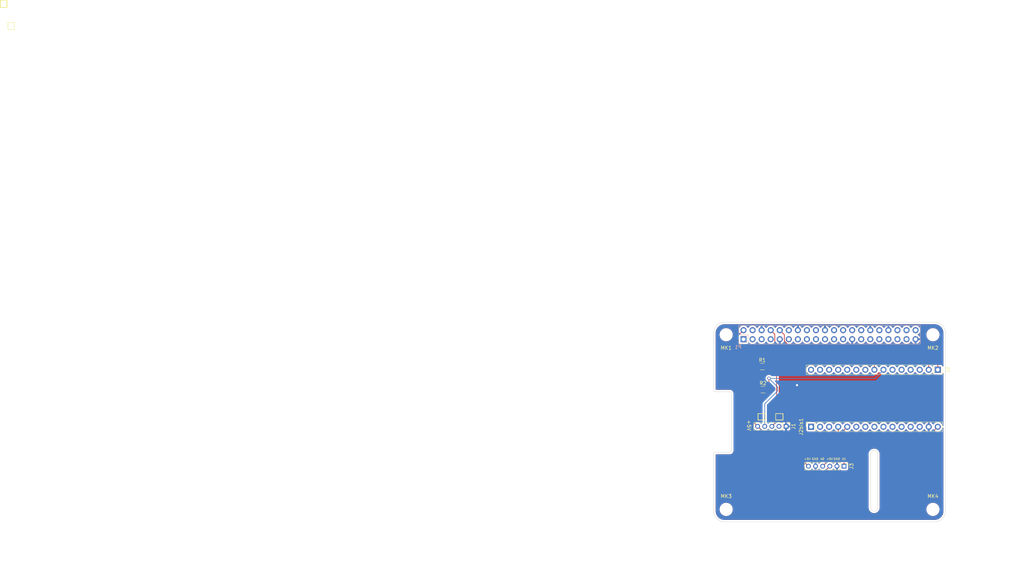
<source format=kicad_pcb>
(kicad_pcb (version 20171130) (host pcbnew "(5.1.5)-3")

  (general
    (thickness 1.6)
    (drawings 82)
    (tracks 70)
    (zones 0)
    (modules 11)
    (nets 59)
  )

  (page A3)
  (title_block
    (date "15 nov 2012")
  )

  (layers
    (0 F.Cu signal)
    (31 B.Cu signal)
    (32 B.Adhes user)
    (33 F.Adhes user)
    (34 B.Paste user)
    (35 F.Paste user)
    (36 B.SilkS user)
    (37 F.SilkS user)
    (38 B.Mask user)
    (39 F.Mask user)
    (40 Dwgs.User user)
    (41 Cmts.User user)
    (42 Eco1.User user)
    (43 Eco2.User user)
    (44 Edge.Cuts user)
  )

  (setup
    (last_trace_width 0.2)
    (trace_clearance 0.2)
    (zone_clearance 0.508)
    (zone_45_only no)
    (trace_min 0.1524)
    (via_size 0.9)
    (via_drill 0.6)
    (via_min_size 0.8)
    (via_min_drill 0.5)
    (uvia_size 0.5)
    (uvia_drill 0.1)
    (uvias_allowed no)
    (uvia_min_size 0.5)
    (uvia_min_drill 0.1)
    (edge_width 0.1)
    (segment_width 0.1)
    (pcb_text_width 0.3)
    (pcb_text_size 1 1)
    (mod_edge_width 0.15)
    (mod_text_size 1 1)
    (mod_text_width 0.15)
    (pad_size 2.5 2.5)
    (pad_drill 2.5)
    (pad_to_mask_clearance 0)
    (aux_axis_origin 200 150)
    (grid_origin 200 150)
    (visible_elements 7FFFFFFF)
    (pcbplotparams
      (layerselection 0x00030_80000001)
      (usegerberextensions true)
      (usegerberattributes false)
      (usegerberadvancedattributes false)
      (creategerberjobfile false)
      (excludeedgelayer true)
      (linewidth 0.150000)
      (plotframeref false)
      (viasonmask false)
      (mode 1)
      (useauxorigin false)
      (hpglpennumber 1)
      (hpglpenspeed 20)
      (hpglpendiameter 15.000000)
      (psnegative false)
      (psa4output false)
      (plotreference true)
      (plotvalue true)
      (plotinvisibletext false)
      (padsonsilk false)
      (subtractmaskfromsilk false)
      (outputformat 1)
      (mirror false)
      (drillshape 1)
      (scaleselection 1)
      (outputdirectory ""))
  )

  (net 0 "")
  (net 1 +3V3)
  (net 2 +5V)
  (net 3 GND)
  (net 4 /ID_SD)
  (net 5 /ID_SC)
  (net 6 /GPIO5)
  (net 7 /GPIO6)
  (net 8 /GPIO26)
  (net 9 "/GPIO4(GCLK)")
  (net 10 "/GPIO17(GEN0)")
  (net 11 "/GPIO27(GEN2)")
  (net 12 "/GPIO22(GEN3)")
  (net 13 "/GPIO23(GEN4)")
  (net 14 "/GPIO24(GEN5)")
  (net 15 "/GPIO25(GEN6)")
  (net 16 "/GPIO18(GEN1)(PWM0)")
  (net 17 "/GPIO10(SPI0_MOSI)")
  (net 18 "/GPIO9(SPI0_MISO)")
  (net 19 "/GPIO11(SPI0_SCK)")
  (net 20 "/GPIO8(SPI0_CE_N)")
  (net 21 "/GPIO7(SPI1_CE_N)")
  (net 22 "/GPIO12(PWM0)")
  (net 23 "/GPIO13(PWM1)")
  (net 24 "/GPIO19(SPI1_MISO)")
  (net 25 /GPIO16)
  (net 26 "/GPIO20(SPI1_MOSI)")
  (net 27 "/GPIO21(SPI1_SCK)")
  (net 28 "Net-(J1-Pad2)")
  (net 29 SDA)
  (net 30 SCL)
  (net 31 "Net-(J2-Pad15)")
  (net 32 "Net-(J2-Pad14)")
  (net 33 "Net-(J2-Pad13)")
  (net 34 "Net-(J2-Pad12)")
  (net 35 "Net-(J2-Pad11)")
  (net 36 "Net-(J2-Pad10)")
  (net 37 "Net-(J2-Pad9)")
  (net 38 "Net-(J2-Pad6)")
  (net 39 "Net-(J2-Pad5)")
  (net 40 "Net-(J2-Pad4)")
  (net 41 "Net-(J2-Pad3)")
  (net 42 "Net-(J2bis1-Pad13)")
  (net 43 "Net-(J2bis1-Pad12)")
  (net 44 "Net-(J2bis1-Pad11)")
  (net 45 "Net-(J2bis1-Pad10)")
  (net 46 "Net-(J2bis1-Pad9)")
  (net 47 "Net-(J2bis1-Pad8)")
  (net 48 "Net-(J2bis1-Pad7)")
  (net 49 "Net-(J2bis1-Pad6)")
  (net 50 "Net-(J2bis1-Pad3)")
  (net 51 "Net-(J2bis1-Pad2)")
  (net 52 "Net-(J2bis1-Pad1)")
  (net 53 A0)
  (net 54 A1)
  (net 55 Tx)
  (net 56 Rx)
  (net 57 "Net-(P1-Pad3)")
  (net 58 "Net-(P1-Pad5)")

  (net_class Default "This is the default net class."
    (clearance 0.2)
    (trace_width 0.2)
    (via_dia 0.9)
    (via_drill 0.6)
    (uvia_dia 0.5)
    (uvia_drill 0.1)
    (add_net +3V3)
    (add_net +5V)
    (add_net "/GPIO10(SPI0_MOSI)")
    (add_net "/GPIO11(SPI0_SCK)")
    (add_net "/GPIO12(PWM0)")
    (add_net "/GPIO13(PWM1)")
    (add_net /GPIO16)
    (add_net "/GPIO17(GEN0)")
    (add_net "/GPIO18(GEN1)(PWM0)")
    (add_net "/GPIO19(SPI1_MISO)")
    (add_net "/GPIO20(SPI1_MOSI)")
    (add_net "/GPIO21(SPI1_SCK)")
    (add_net "/GPIO22(GEN3)")
    (add_net "/GPIO23(GEN4)")
    (add_net "/GPIO24(GEN5)")
    (add_net "/GPIO25(GEN6)")
    (add_net /GPIO26)
    (add_net "/GPIO27(GEN2)")
    (add_net "/GPIO4(GCLK)")
    (add_net /GPIO5)
    (add_net /GPIO6)
    (add_net "/GPIO7(SPI1_CE_N)")
    (add_net "/GPIO8(SPI0_CE_N)")
    (add_net "/GPIO9(SPI0_MISO)")
    (add_net /ID_SC)
    (add_net /ID_SD)
    (add_net A0)
    (add_net A1)
    (add_net GND)
    (add_net "Net-(J1-Pad2)")
    (add_net "Net-(J2-Pad10)")
    (add_net "Net-(J2-Pad11)")
    (add_net "Net-(J2-Pad12)")
    (add_net "Net-(J2-Pad13)")
    (add_net "Net-(J2-Pad14)")
    (add_net "Net-(J2-Pad15)")
    (add_net "Net-(J2-Pad3)")
    (add_net "Net-(J2-Pad4)")
    (add_net "Net-(J2-Pad5)")
    (add_net "Net-(J2-Pad6)")
    (add_net "Net-(J2-Pad9)")
    (add_net "Net-(J2bis1-Pad1)")
    (add_net "Net-(J2bis1-Pad10)")
    (add_net "Net-(J2bis1-Pad11)")
    (add_net "Net-(J2bis1-Pad12)")
    (add_net "Net-(J2bis1-Pad13)")
    (add_net "Net-(J2bis1-Pad2)")
    (add_net "Net-(J2bis1-Pad3)")
    (add_net "Net-(J2bis1-Pad6)")
    (add_net "Net-(J2bis1-Pad7)")
    (add_net "Net-(J2bis1-Pad8)")
    (add_net "Net-(J2bis1-Pad9)")
    (add_net "Net-(P1-Pad3)")
    (add_net "Net-(P1-Pad5)")
    (add_net Rx)
    (add_net SCL)
    (add_net SDA)
    (add_net Tx)
  )

  (net_class Power ""
    (clearance 0.2)
    (trace_width 0.5)
    (via_dia 1)
    (via_drill 0.7)
    (uvia_dia 0.5)
    (uvia_drill 0.1)
  )

  (module Resistor_SMD:R_1206_3216Metric_Pad1.42x1.75mm_HandSolder (layer F.Cu) (tedit 5B301BBD) (tstamp 5ECE75E8)
    (at 213.843 112.916)
    (descr "Resistor SMD 1206 (3216 Metric), square (rectangular) end terminal, IPC_7351 nominal with elongated pad for handsoldering. (Body size source: http://www.tortai-tech.com/upload/download/2011102023233369053.pdf), generated with kicad-footprint-generator")
    (tags "resistor handsolder")
    (path /5ECE6C14)
    (attr smd)
    (fp_text reference R2 (at 0 -1.82) (layer F.SilkS)
      (effects (font (size 1 1) (thickness 0.15)))
    )
    (fp_text value 2.2K (at 0 1.82) (layer F.Fab)
      (effects (font (size 1 1) (thickness 0.15)))
    )
    (fp_text user %R (at 0 0) (layer F.Fab)
      (effects (font (size 0.8 0.8) (thickness 0.12)))
    )
    (fp_line (start 2.45 1.12) (end -2.45 1.12) (layer F.CrtYd) (width 0.05))
    (fp_line (start 2.45 -1.12) (end 2.45 1.12) (layer F.CrtYd) (width 0.05))
    (fp_line (start -2.45 -1.12) (end 2.45 -1.12) (layer F.CrtYd) (width 0.05))
    (fp_line (start -2.45 1.12) (end -2.45 -1.12) (layer F.CrtYd) (width 0.05))
    (fp_line (start -0.602064 0.91) (end 0.602064 0.91) (layer F.SilkS) (width 0.12))
    (fp_line (start -0.602064 -0.91) (end 0.602064 -0.91) (layer F.SilkS) (width 0.12))
    (fp_line (start 1.6 0.8) (end -1.6 0.8) (layer F.Fab) (width 0.1))
    (fp_line (start 1.6 -0.8) (end 1.6 0.8) (layer F.Fab) (width 0.1))
    (fp_line (start -1.6 -0.8) (end 1.6 -0.8) (layer F.Fab) (width 0.1))
    (fp_line (start -1.6 0.8) (end -1.6 -0.8) (layer F.Fab) (width 0.1))
    (pad 2 smd roundrect (at 1.4875 0) (size 1.425 1.75) (layers F.Cu F.Paste F.Mask) (roundrect_rratio 0.175439)
      (net 29 SDA))
    (pad 1 smd roundrect (at -1.4875 0) (size 1.425 1.75) (layers F.Cu F.Paste F.Mask) (roundrect_rratio 0.175439)
      (net 2 +5V))
    (model ${KISYS3DMOD}/Resistor_SMD.3dshapes/R_1206_3216Metric.wrl
      (at (xyz 0 0 0))
      (scale (xyz 1 1 1))
      (rotate (xyz 0 0 0))
    )
  )

  (module Resistor_SMD:R_1206_3216Metric_Pad1.42x1.75mm_HandSolder (layer F.Cu) (tedit 5B301BBD) (tstamp 5ECE75D7)
    (at 213.6255 106.439)
    (descr "Resistor SMD 1206 (3216 Metric), square (rectangular) end terminal, IPC_7351 nominal with elongated pad for handsoldering. (Body size source: http://www.tortai-tech.com/upload/download/2011102023233369053.pdf), generated with kicad-footprint-generator")
    (tags "resistor handsolder")
    (path /5ECE55CF)
    (attr smd)
    (fp_text reference R1 (at 0 -1.82) (layer F.SilkS)
      (effects (font (size 1 1) (thickness 0.15)))
    )
    (fp_text value 2.2K (at 0 1.82) (layer F.Fab)
      (effects (font (size 1 1) (thickness 0.15)))
    )
    (fp_text user %R (at 0 0) (layer F.Fab)
      (effects (font (size 0.8 0.8) (thickness 0.12)))
    )
    (fp_line (start 2.45 1.12) (end -2.45 1.12) (layer F.CrtYd) (width 0.05))
    (fp_line (start 2.45 -1.12) (end 2.45 1.12) (layer F.CrtYd) (width 0.05))
    (fp_line (start -2.45 -1.12) (end 2.45 -1.12) (layer F.CrtYd) (width 0.05))
    (fp_line (start -2.45 1.12) (end -2.45 -1.12) (layer F.CrtYd) (width 0.05))
    (fp_line (start -0.602064 0.91) (end 0.602064 0.91) (layer F.SilkS) (width 0.12))
    (fp_line (start -0.602064 -0.91) (end 0.602064 -0.91) (layer F.SilkS) (width 0.12))
    (fp_line (start 1.6 0.8) (end -1.6 0.8) (layer F.Fab) (width 0.1))
    (fp_line (start 1.6 -0.8) (end 1.6 0.8) (layer F.Fab) (width 0.1))
    (fp_line (start -1.6 -0.8) (end 1.6 -0.8) (layer F.Fab) (width 0.1))
    (fp_line (start -1.6 0.8) (end -1.6 -0.8) (layer F.Fab) (width 0.1))
    (pad 2 smd roundrect (at 1.4875 0) (size 1.425 1.75) (layers F.Cu F.Paste F.Mask) (roundrect_rratio 0.175439)
      (net 30 SCL))
    (pad 1 smd roundrect (at -1.4875 0) (size 1.425 1.75) (layers F.Cu F.Paste F.Mask) (roundrect_rratio 0.175439)
      (net 2 +5V))
    (model ${KISYS3DMOD}/Resistor_SMD.3dshapes/R_1206_3216Metric.wrl
      (at (xyz 0 0 0))
      (scale (xyz 1 1 1))
      (rotate (xyz 0 0 0))
    )
  )

  (module Connector_PinHeader_2.00mm:PinHeader_1x06_P2.00mm_Vertical (layer F.Cu) (tedit 59FED667) (tstamp 5ECEA839)
    (at 236.576 134.379 270)
    (descr "Through hole straight pin header, 1x06, 2.00mm pitch, single row")
    (tags "Through hole pin header THT 1x06 2.00mm single row")
    (path /5ED3DA2B)
    (fp_text reference J3 (at 0 -2.06 90) (layer F.SilkS)
      (effects (font (size 1 1) (thickness 0.15)))
    )
    (fp_text value Conn_01x06 (at 0 12.06 90) (layer F.Fab)
      (effects (font (size 1 1) (thickness 0.15)))
    )
    (fp_text user %R (at 0 5) (layer F.Fab)
      (effects (font (size 1 1) (thickness 0.15)))
    )
    (fp_line (start 1.5 -1.5) (end -1.5 -1.5) (layer F.CrtYd) (width 0.05))
    (fp_line (start 1.5 11.5) (end 1.5 -1.5) (layer F.CrtYd) (width 0.05))
    (fp_line (start -1.5 11.5) (end 1.5 11.5) (layer F.CrtYd) (width 0.05))
    (fp_line (start -1.5 -1.5) (end -1.5 11.5) (layer F.CrtYd) (width 0.05))
    (fp_line (start -1.06 -1.06) (end 0 -1.06) (layer F.SilkS) (width 0.12))
    (fp_line (start -1.06 0) (end -1.06 -1.06) (layer F.SilkS) (width 0.12))
    (fp_line (start -1.06 1) (end 1.06 1) (layer F.SilkS) (width 0.12))
    (fp_line (start 1.06 1) (end 1.06 11.06) (layer F.SilkS) (width 0.12))
    (fp_line (start -1.06 1) (end -1.06 11.06) (layer F.SilkS) (width 0.12))
    (fp_line (start -1.06 11.06) (end 1.06 11.06) (layer F.SilkS) (width 0.12))
    (fp_line (start -1 -0.5) (end -0.5 -1) (layer F.Fab) (width 0.1))
    (fp_line (start -1 11) (end -1 -0.5) (layer F.Fab) (width 0.1))
    (fp_line (start 1 11) (end -1 11) (layer F.Fab) (width 0.1))
    (fp_line (start 1 -1) (end 1 11) (layer F.Fab) (width 0.1))
    (fp_line (start -0.5 -1) (end 1 -1) (layer F.Fab) (width 0.1))
    (pad 6 thru_hole oval (at 0 10 270) (size 1.35 1.35) (drill 0.8) (layers *.Cu *.Mask)
      (net 2 +5V))
    (pad 5 thru_hole oval (at 0 8 270) (size 1.35 1.35) (drill 0.8) (layers *.Cu *.Mask)
      (net 3 GND))
    (pad 4 thru_hole oval (at 0 6 270) (size 1.35 1.35) (drill 0.8) (layers *.Cu *.Mask)
      (net 53 A0))
    (pad 3 thru_hole oval (at 0 4 270) (size 1.35 1.35) (drill 0.8) (layers *.Cu *.Mask)
      (net 2 +5V))
    (pad 2 thru_hole oval (at 0 2 270) (size 1.35 1.35) (drill 0.8) (layers *.Cu *.Mask)
      (net 3 GND))
    (pad 1 thru_hole rect (at 0 0 270) (size 1.35 1.35) (drill 0.8) (layers *.Cu *.Mask)
      (net 54 A1))
    (model ${KISYS3DMOD}/Connector_PinHeader_2.00mm.3dshapes/PinHeader_1x06_P2.00mm_Vertical.wrl
      (at (xyz 0 0 0))
      (scale (xyz 1 1 1))
      (rotate (xyz 0 0 0))
    )
  )

  (module Connector_PinSocket_2.54mm:PinSocket_1x15_P2.54mm_Vertical locked (layer F.Cu) (tedit 5A19A41D) (tstamp 5ECE939F)
    (at 227.305 123.33 90)
    (descr "Through hole straight socket strip, 1x15, 2.54mm pitch, single row (from Kicad 4.0.7), script generated")
    (tags "Through hole socket strip THT 1x15 2.54mm single row")
    (path /5ECF7778)
    (fp_text reference J2bis1 (at 0 -2.77 90) (layer F.SilkS)
      (effects (font (size 1 1) (thickness 0.15)))
    )
    (fp_text value Conn_01x15 (at 0 38.33 90) (layer F.Fab)
      (effects (font (size 1 1) (thickness 0.15)))
    )
    (fp_text user %R (at 0 17.78) (layer F.Fab)
      (effects (font (size 1 1) (thickness 0.15)))
    )
    (fp_line (start -1.8 37.3) (end -1.8 -1.8) (layer F.CrtYd) (width 0.05))
    (fp_line (start 1.75 37.3) (end -1.8 37.3) (layer F.CrtYd) (width 0.05))
    (fp_line (start 1.75 -1.8) (end 1.75 37.3) (layer F.CrtYd) (width 0.05))
    (fp_line (start -1.8 -1.8) (end 1.75 -1.8) (layer F.CrtYd) (width 0.05))
    (fp_line (start 0 -1.33) (end 1.33 -1.33) (layer F.SilkS) (width 0.12))
    (fp_line (start 1.33 -1.33) (end 1.33 0) (layer F.SilkS) (width 0.12))
    (fp_line (start 1.33 1.27) (end 1.33 36.89) (layer F.SilkS) (width 0.12))
    (fp_line (start -1.33 36.89) (end 1.33 36.89) (layer F.SilkS) (width 0.12))
    (fp_line (start -1.33 1.27) (end -1.33 36.89) (layer F.SilkS) (width 0.12))
    (fp_line (start -1.33 1.27) (end 1.33 1.27) (layer F.SilkS) (width 0.12))
    (fp_line (start -1.27 36.83) (end -1.27 -1.27) (layer F.Fab) (width 0.1))
    (fp_line (start 1.27 36.83) (end -1.27 36.83) (layer F.Fab) (width 0.1))
    (fp_line (start 1.27 -0.635) (end 1.27 36.83) (layer F.Fab) (width 0.1))
    (fp_line (start 0.635 -1.27) (end 1.27 -0.635) (layer F.Fab) (width 0.1))
    (fp_line (start -1.27 -1.27) (end 0.635 -1.27) (layer F.Fab) (width 0.1))
    (pad 15 thru_hole oval (at 0 35.56 90) (size 1.7 1.7) (drill 1) (layers *.Cu *.Mask)
      (net 2 +5V))
    (pad 14 thru_hole oval (at 0 33.02 90) (size 1.7 1.7) (drill 1) (layers *.Cu *.Mask)
      (net 3 GND))
    (pad 13 thru_hole oval (at 0 30.48 90) (size 1.7 1.7) (drill 1) (layers *.Cu *.Mask)
      (net 42 "Net-(J2bis1-Pad13)"))
    (pad 12 thru_hole oval (at 0 27.94 90) (size 1.7 1.7) (drill 1) (layers *.Cu *.Mask)
      (net 43 "Net-(J2bis1-Pad12)"))
    (pad 11 thru_hole oval (at 0 25.4 90) (size 1.7 1.7) (drill 1) (layers *.Cu *.Mask)
      (net 44 "Net-(J2bis1-Pad11)"))
    (pad 10 thru_hole oval (at 0 22.86 90) (size 1.7 1.7) (drill 1) (layers *.Cu *.Mask)
      (net 45 "Net-(J2bis1-Pad10)"))
    (pad 9 thru_hole oval (at 0 20.32 90) (size 1.7 1.7) (drill 1) (layers *.Cu *.Mask)
      (net 46 "Net-(J2bis1-Pad9)"))
    (pad 8 thru_hole oval (at 0 17.78 90) (size 1.7 1.7) (drill 1) (layers *.Cu *.Mask)
      (net 47 "Net-(J2bis1-Pad8)"))
    (pad 7 thru_hole oval (at 0 15.24 90) (size 1.7 1.7) (drill 1) (layers *.Cu *.Mask)
      (net 48 "Net-(J2bis1-Pad7)"))
    (pad 6 thru_hole oval (at 0 12.7 90) (size 1.7 1.7) (drill 1) (layers *.Cu *.Mask)
      (net 49 "Net-(J2bis1-Pad6)"))
    (pad 5 thru_hole oval (at 0 10.16 90) (size 1.7 1.7) (drill 1) (layers *.Cu *.Mask)
      (net 54 A1))
    (pad 4 thru_hole oval (at 0 7.62 90) (size 1.7 1.7) (drill 1) (layers *.Cu *.Mask)
      (net 53 A0))
    (pad 3 thru_hole oval (at 0 5.08 90) (size 1.7 1.7) (drill 1) (layers *.Cu *.Mask)
      (net 50 "Net-(J2bis1-Pad3)"))
    (pad 2 thru_hole oval (at 0 2.54 90) (size 1.7 1.7) (drill 1) (layers *.Cu *.Mask)
      (net 51 "Net-(J2bis1-Pad2)"))
    (pad 1 thru_hole rect (at 0 0 90) (size 1.7 1.7) (drill 1) (layers *.Cu *.Mask)
      (net 52 "Net-(J2bis1-Pad1)"))
    (model ${KISYS3DMOD}/Connector_PinSocket_2.54mm.3dshapes/PinSocket_1x15_P2.54mm_Vertical.wrl
      (at (xyz 0 0 0))
      (scale (xyz 1 1 1))
      (rotate (xyz 0 0 0))
    )
  )

  (module Connector_PinSocket_2.54mm:PinSocket_1x15_P2.54mm_Vertical locked (layer F.Cu) (tedit 5A19A41D) (tstamp 5ECE937C)
    (at 262.865 107.328 270)
    (descr "Through hole straight socket strip, 1x15, 2.54mm pitch, single row (from Kicad 4.0.7), script generated")
    (tags "Through hole socket strip THT 1x15 2.54mm single row")
    (path /5ECF28D9)
    (fp_text reference J2 (at 0 -2.77 90) (layer F.SilkS)
      (effects (font (size 1 1) (thickness 0.15)))
    )
    (fp_text value Conn_01x15 (at 0 38.33 90) (layer F.Fab)
      (effects (font (size 1 1) (thickness 0.15)))
    )
    (fp_text user %R (at 0 17.78) (layer F.Fab)
      (effects (font (size 1 1) (thickness 0.15)))
    )
    (fp_line (start -1.8 37.3) (end -1.8 -1.8) (layer F.CrtYd) (width 0.05))
    (fp_line (start 1.75 37.3) (end -1.8 37.3) (layer F.CrtYd) (width 0.05))
    (fp_line (start 1.75 -1.8) (end 1.75 37.3) (layer F.CrtYd) (width 0.05))
    (fp_line (start -1.8 -1.8) (end 1.75 -1.8) (layer F.CrtYd) (width 0.05))
    (fp_line (start 0 -1.33) (end 1.33 -1.33) (layer F.SilkS) (width 0.12))
    (fp_line (start 1.33 -1.33) (end 1.33 0) (layer F.SilkS) (width 0.12))
    (fp_line (start 1.33 1.27) (end 1.33 36.89) (layer F.SilkS) (width 0.12))
    (fp_line (start -1.33 36.89) (end 1.33 36.89) (layer F.SilkS) (width 0.12))
    (fp_line (start -1.33 1.27) (end -1.33 36.89) (layer F.SilkS) (width 0.12))
    (fp_line (start -1.33 1.27) (end 1.33 1.27) (layer F.SilkS) (width 0.12))
    (fp_line (start -1.27 36.83) (end -1.27 -1.27) (layer F.Fab) (width 0.1))
    (fp_line (start 1.27 36.83) (end -1.27 36.83) (layer F.Fab) (width 0.1))
    (fp_line (start 1.27 -0.635) (end 1.27 36.83) (layer F.Fab) (width 0.1))
    (fp_line (start 0.635 -1.27) (end 1.27 -0.635) (layer F.Fab) (width 0.1))
    (fp_line (start -1.27 -1.27) (end 0.635 -1.27) (layer F.Fab) (width 0.1))
    (pad 15 thru_hole oval (at 0 35.56 270) (size 1.7 1.7) (drill 1) (layers *.Cu *.Mask)
      (net 31 "Net-(J2-Pad15)"))
    (pad 14 thru_hole oval (at 0 33.02 270) (size 1.7 1.7) (drill 1) (layers *.Cu *.Mask)
      (net 32 "Net-(J2-Pad14)"))
    (pad 13 thru_hole oval (at 0 30.48 270) (size 1.7 1.7) (drill 1) (layers *.Cu *.Mask)
      (net 33 "Net-(J2-Pad13)"))
    (pad 12 thru_hole oval (at 0 27.94 270) (size 1.7 1.7) (drill 1) (layers *.Cu *.Mask)
      (net 34 "Net-(J2-Pad12)"))
    (pad 11 thru_hole oval (at 0 25.4 270) (size 1.7 1.7) (drill 1) (layers *.Cu *.Mask)
      (net 35 "Net-(J2-Pad11)"))
    (pad 10 thru_hole oval (at 0 22.86 270) (size 1.7 1.7) (drill 1) (layers *.Cu *.Mask)
      (net 36 "Net-(J2-Pad10)"))
    (pad 9 thru_hole oval (at 0 20.32 270) (size 1.7 1.7) (drill 1) (layers *.Cu *.Mask)
      (net 37 "Net-(J2-Pad9)"))
    (pad 8 thru_hole oval (at 0 17.78 270) (size 1.7 1.7) (drill 1) (layers *.Cu *.Mask)
      (net 30 SCL))
    (pad 7 thru_hole oval (at 0 15.24 270) (size 1.7 1.7) (drill 1) (layers *.Cu *.Mask)
      (net 29 SDA))
    (pad 6 thru_hole oval (at 0 12.7 270) (size 1.7 1.7) (drill 1) (layers *.Cu *.Mask)
      (net 38 "Net-(J2-Pad6)"))
    (pad 5 thru_hole oval (at 0 10.16 270) (size 1.7 1.7) (drill 1) (layers *.Cu *.Mask)
      (net 39 "Net-(J2-Pad5)"))
    (pad 4 thru_hole oval (at 0 7.62 270) (size 1.7 1.7) (drill 1) (layers *.Cu *.Mask)
      (net 40 "Net-(J2-Pad4)"))
    (pad 3 thru_hole oval (at 0 5.08 270) (size 1.7 1.7) (drill 1) (layers *.Cu *.Mask)
      (net 41 "Net-(J2-Pad3)"))
    (pad 2 thru_hole oval (at 0 2.54 270) (size 1.7 1.7) (drill 1) (layers *.Cu *.Mask)
      (net 55 Tx))
    (pad 1 thru_hole rect (at 0 0 270) (size 1.7 1.7) (drill 1) (layers *.Cu *.Mask)
      (net 56 Rx))
    (model ${KISYS3DMOD}/Connector_PinSocket_2.54mm.3dshapes/PinSocket_1x15_P2.54mm_Vertical.wrl
      (at (xyz 0 0 0))
      (scale (xyz 1 1 1))
      (rotate (xyz 0 0 0))
    )
  )

  (module Connector_PinHeader_2.00mm:PinHeader_1x05_P2.00mm_Vertical (layer F.Cu) (tedit 59FED667) (tstamp 5ECE3D88)
    (at 220.32 123.203 270)
    (descr "Through hole straight pin header, 1x05, 2.00mm pitch, single row")
    (tags "Through hole pin header THT 1x05 2.00mm single row")
    (path /5ED00FF8)
    (fp_text reference J1 (at 0 -2.06 90) (layer F.SilkS)
      (effects (font (size 1 1) (thickness 0.15)))
    )
    (fp_text value SRF10 (at 0 10.06 90) (layer F.Fab)
      (effects (font (size 1 1) (thickness 0.15)))
    )
    (fp_text user %R (at 0 4) (layer F.Fab)
      (effects (font (size 1 1) (thickness 0.15)))
    )
    (fp_line (start 1.5 -1.5) (end -1.5 -1.5) (layer F.CrtYd) (width 0.05))
    (fp_line (start 1.5 9.5) (end 1.5 -1.5) (layer F.CrtYd) (width 0.05))
    (fp_line (start -1.5 9.5) (end 1.5 9.5) (layer F.CrtYd) (width 0.05))
    (fp_line (start -1.5 -1.5) (end -1.5 9.5) (layer F.CrtYd) (width 0.05))
    (fp_line (start -1.06 -1.06) (end 0 -1.06) (layer F.SilkS) (width 0.12))
    (fp_line (start -1.06 0) (end -1.06 -1.06) (layer F.SilkS) (width 0.12))
    (fp_line (start -1.06 1) (end 1.06 1) (layer F.SilkS) (width 0.12))
    (fp_line (start 1.06 1) (end 1.06 9.06) (layer F.SilkS) (width 0.12))
    (fp_line (start -1.06 1) (end -1.06 9.06) (layer F.SilkS) (width 0.12))
    (fp_line (start -1.06 9.06) (end 1.06 9.06) (layer F.SilkS) (width 0.12))
    (fp_line (start -1 -0.5) (end -0.5 -1) (layer F.Fab) (width 0.1))
    (fp_line (start -1 9) (end -1 -0.5) (layer F.Fab) (width 0.1))
    (fp_line (start 1 9) (end -1 9) (layer F.Fab) (width 0.1))
    (fp_line (start 1 -1) (end 1 9) (layer F.Fab) (width 0.1))
    (fp_line (start -0.5 -1) (end 1 -1) (layer F.Fab) (width 0.1))
    (pad 5 thru_hole oval (at 0 8 270) (size 1.35 1.35) (drill 0.8) (layers *.Cu *.Mask)
      (net 2 +5V))
    (pad 4 thru_hole oval (at 0 6 270) (size 1.35 1.35) (drill 0.8) (layers *.Cu *.Mask)
      (net 29 SDA))
    (pad 3 thru_hole oval (at 0 4 270) (size 1.35 1.35) (drill 0.8) (layers *.Cu *.Mask)
      (net 30 SCL))
    (pad 2 thru_hole oval (at 0 2 270) (size 1.35 1.35) (drill 0.8) (layers *.Cu *.Mask)
      (net 28 "Net-(J1-Pad2)"))
    (pad 1 thru_hole rect (at 0 0 270) (size 1.35 1.35) (drill 0.8) (layers *.Cu *.Mask)
      (net 3 GND))
    (model ${KISYS3DMOD}/Connector_PinHeader_2.00mm.3dshapes/PinHeader_1x05_P2.00mm_Vertical.wrl
      (at (xyz 0 0 0))
      (scale (xyz 1 1 1))
      (rotate (xyz 0 0 0))
    )
  )

  (module Connector_PinSocket_2.54mm:PinSocket_2x20_P2.54mm_Vertical locked (layer B.Cu) (tedit 5A19A433) (tstamp 5A793E9F)
    (at 208.37 98.77 270)
    (descr "Through hole straight socket strip, 2x20, 2.54mm pitch, double cols (from Kicad 4.0.7), script generated")
    (tags "Through hole socket strip THT 2x20 2.54mm double row")
    (path /59AD464A)
    (fp_text reference P1 (at 2.208 1.512) (layer B.SilkS)
      (effects (font (size 1 1) (thickness 0.15)) (justify mirror))
    )
    (fp_text value Conn_02x20_Odd_Even (at -1.27 -51.03 270) (layer B.Fab)
      (effects (font (size 1 1) (thickness 0.15)) (justify mirror))
    )
    (fp_line (start -3.81 1.27) (end 0.27 1.27) (layer B.Fab) (width 0.1))
    (fp_line (start 0.27 1.27) (end 1.27 0.27) (layer B.Fab) (width 0.1))
    (fp_line (start 1.27 0.27) (end 1.27 -49.53) (layer B.Fab) (width 0.1))
    (fp_line (start 1.27 -49.53) (end -3.81 -49.53) (layer B.Fab) (width 0.1))
    (fp_line (start -3.81 -49.53) (end -3.81 1.27) (layer B.Fab) (width 0.1))
    (fp_line (start -3.87 1.33) (end -1.27 1.33) (layer B.SilkS) (width 0.12))
    (fp_line (start -3.87 1.33) (end -3.87 -49.59) (layer B.SilkS) (width 0.12))
    (fp_line (start -3.87 -49.59) (end 1.33 -49.59) (layer B.SilkS) (width 0.12))
    (fp_line (start 1.33 -1.27) (end 1.33 -49.59) (layer B.SilkS) (width 0.12))
    (fp_line (start -1.27 -1.27) (end 1.33 -1.27) (layer B.SilkS) (width 0.12))
    (fp_line (start -1.27 1.33) (end -1.27 -1.27) (layer B.SilkS) (width 0.12))
    (fp_line (start 1.33 1.33) (end 1.33 0) (layer B.SilkS) (width 0.12))
    (fp_line (start 0 1.33) (end 1.33 1.33) (layer B.SilkS) (width 0.12))
    (fp_line (start -4.34 1.8) (end 1.76 1.8) (layer B.CrtYd) (width 0.05))
    (fp_line (start 1.76 1.8) (end 1.76 -50) (layer B.CrtYd) (width 0.05))
    (fp_line (start 1.76 -50) (end -4.34 -50) (layer B.CrtYd) (width 0.05))
    (fp_line (start -4.34 -50) (end -4.34 1.8) (layer B.CrtYd) (width 0.05))
    (fp_text user %R (at -1.27 -24.13 180) (layer B.Fab)
      (effects (font (size 1 1) (thickness 0.15)) (justify mirror))
    )
    (pad 1 thru_hole rect (at 0 0 270) (size 1.7 1.7) (drill 1) (layers *.Cu *.Mask)
      (net 1 +3V3))
    (pad 2 thru_hole oval (at -2.54 0 270) (size 1.7 1.7) (drill 1) (layers *.Cu *.Mask)
      (net 2 +5V))
    (pad 3 thru_hole oval (at 0 -2.54 270) (size 1.7 1.7) (drill 1) (layers *.Cu *.Mask)
      (net 57 "Net-(P1-Pad3)"))
    (pad 4 thru_hole oval (at -2.54 -2.54 270) (size 1.7 1.7) (drill 1) (layers *.Cu *.Mask)
      (net 2 +5V))
    (pad 5 thru_hole oval (at 0 -5.08 270) (size 1.7 1.7) (drill 1) (layers *.Cu *.Mask)
      (net 58 "Net-(P1-Pad5)"))
    (pad 6 thru_hole oval (at -2.54 -5.08 270) (size 1.7 1.7) (drill 1) (layers *.Cu *.Mask)
      (net 3 GND))
    (pad 7 thru_hole oval (at 0 -7.62 270) (size 1.7 1.7) (drill 1) (layers *.Cu *.Mask)
      (net 9 "/GPIO4(GCLK)"))
    (pad 8 thru_hole oval (at -2.54 -7.62 270) (size 1.7 1.7) (drill 1) (layers *.Cu *.Mask)
      (net 55 Tx))
    (pad 9 thru_hole oval (at 0 -10.16 270) (size 1.7 1.7) (drill 1) (layers *.Cu *.Mask)
      (net 3 GND))
    (pad 10 thru_hole oval (at -2.54 -10.16 270) (size 1.7 1.7) (drill 1) (layers *.Cu *.Mask)
      (net 56 Rx))
    (pad 11 thru_hole oval (at 0 -12.7 270) (size 1.7 1.7) (drill 1) (layers *.Cu *.Mask)
      (net 10 "/GPIO17(GEN0)"))
    (pad 12 thru_hole oval (at -2.54 -12.7 270) (size 1.7 1.7) (drill 1) (layers *.Cu *.Mask)
      (net 16 "/GPIO18(GEN1)(PWM0)"))
    (pad 13 thru_hole oval (at 0 -15.24 270) (size 1.7 1.7) (drill 1) (layers *.Cu *.Mask)
      (net 11 "/GPIO27(GEN2)"))
    (pad 14 thru_hole oval (at -2.54 -15.24 270) (size 1.7 1.7) (drill 1) (layers *.Cu *.Mask)
      (net 3 GND))
    (pad 15 thru_hole oval (at 0 -17.78 270) (size 1.7 1.7) (drill 1) (layers *.Cu *.Mask)
      (net 12 "/GPIO22(GEN3)"))
    (pad 16 thru_hole oval (at -2.54 -17.78 270) (size 1.7 1.7) (drill 1) (layers *.Cu *.Mask)
      (net 13 "/GPIO23(GEN4)"))
    (pad 17 thru_hole oval (at 0 -20.32 270) (size 1.7 1.7) (drill 1) (layers *.Cu *.Mask)
      (net 1 +3V3))
    (pad 18 thru_hole oval (at -2.54 -20.32 270) (size 1.7 1.7) (drill 1) (layers *.Cu *.Mask)
      (net 14 "/GPIO24(GEN5)"))
    (pad 19 thru_hole oval (at 0 -22.86 270) (size 1.7 1.7) (drill 1) (layers *.Cu *.Mask)
      (net 17 "/GPIO10(SPI0_MOSI)"))
    (pad 20 thru_hole oval (at -2.54 -22.86 270) (size 1.7 1.7) (drill 1) (layers *.Cu *.Mask)
      (net 3 GND))
    (pad 21 thru_hole oval (at 0 -25.4 270) (size 1.7 1.7) (drill 1) (layers *.Cu *.Mask)
      (net 18 "/GPIO9(SPI0_MISO)"))
    (pad 22 thru_hole oval (at -2.54 -25.4 270) (size 1.7 1.7) (drill 1) (layers *.Cu *.Mask)
      (net 15 "/GPIO25(GEN6)"))
    (pad 23 thru_hole oval (at 0 -27.94 270) (size 1.7 1.7) (drill 1) (layers *.Cu *.Mask)
      (net 19 "/GPIO11(SPI0_SCK)"))
    (pad 24 thru_hole oval (at -2.54 -27.94 270) (size 1.7 1.7) (drill 1) (layers *.Cu *.Mask)
      (net 20 "/GPIO8(SPI0_CE_N)"))
    (pad 25 thru_hole oval (at 0 -30.48 270) (size 1.7 1.7) (drill 1) (layers *.Cu *.Mask)
      (net 3 GND))
    (pad 26 thru_hole oval (at -2.54 -30.48 270) (size 1.7 1.7) (drill 1) (layers *.Cu *.Mask)
      (net 21 "/GPIO7(SPI1_CE_N)"))
    (pad 27 thru_hole oval (at 0 -33.02 270) (size 1.7 1.7) (drill 1) (layers *.Cu *.Mask)
      (net 4 /ID_SD))
    (pad 28 thru_hole oval (at -2.54 -33.02 270) (size 1.7 1.7) (drill 1) (layers *.Cu *.Mask)
      (net 5 /ID_SC))
    (pad 29 thru_hole oval (at 0 -35.56 270) (size 1.7 1.7) (drill 1) (layers *.Cu *.Mask)
      (net 6 /GPIO5))
    (pad 30 thru_hole oval (at -2.54 -35.56 270) (size 1.7 1.7) (drill 1) (layers *.Cu *.Mask)
      (net 3 GND))
    (pad 31 thru_hole oval (at 0 -38.1 270) (size 1.7 1.7) (drill 1) (layers *.Cu *.Mask)
      (net 7 /GPIO6))
    (pad 32 thru_hole oval (at -2.54 -38.1 270) (size 1.7 1.7) (drill 1) (layers *.Cu *.Mask)
      (net 22 "/GPIO12(PWM0)"))
    (pad 33 thru_hole oval (at 0 -40.64 270) (size 1.7 1.7) (drill 1) (layers *.Cu *.Mask)
      (net 23 "/GPIO13(PWM1)"))
    (pad 34 thru_hole oval (at -2.54 -40.64 270) (size 1.7 1.7) (drill 1) (layers *.Cu *.Mask)
      (net 3 GND))
    (pad 35 thru_hole oval (at 0 -43.18 270) (size 1.7 1.7) (drill 1) (layers *.Cu *.Mask)
      (net 24 "/GPIO19(SPI1_MISO)"))
    (pad 36 thru_hole oval (at -2.54 -43.18 270) (size 1.7 1.7) (drill 1) (layers *.Cu *.Mask)
      (net 25 /GPIO16))
    (pad 37 thru_hole oval (at 0 -45.72 270) (size 1.7 1.7) (drill 1) (layers *.Cu *.Mask)
      (net 8 /GPIO26))
    (pad 38 thru_hole oval (at -2.54 -45.72 270) (size 1.7 1.7) (drill 1) (layers *.Cu *.Mask)
      (net 26 "/GPIO20(SPI1_MOSI)"))
    (pad 39 thru_hole oval (at 0 -48.26 270) (size 1.7 1.7) (drill 1) (layers *.Cu *.Mask)
      (net 3 GND))
    (pad 40 thru_hole oval (at -2.54 -48.26 270) (size 1.7 1.7) (drill 1) (layers *.Cu *.Mask)
      (net 27 "/GPIO21(SPI1_SCK)"))
    (model ${KISYS3DMOD}/Connector_PinSocket_2.54mm.3dshapes/PinSocket_2x20_P2.54mm_Vertical.wrl
      (at (xyz 0 0 0))
      (scale (xyz 1 1 1))
      (rotate (xyz 0 0 0))
    )
  )

  (module MountingHole:MountingHole_2.7mm_M2.5 (layer F.Cu) (tedit 56D1B4CB) (tstamp 5A793E98)
    (at 261.5 146.5)
    (descr "Mounting Hole 2.7mm, no annular, M2.5")
    (tags "mounting hole 2.7mm no annular m2.5")
    (path /5834FC4F)
    (attr virtual)
    (fp_text reference MK4 (at 0 -3.7) (layer F.SilkS)
      (effects (font (size 1 1) (thickness 0.15)))
    )
    (fp_text value M2.5 (at 0 3.7) (layer F.Fab)
      (effects (font (size 1 1) (thickness 0.15)))
    )
    (fp_circle (center 0 0) (end 2.95 0) (layer F.CrtYd) (width 0.05))
    (fp_circle (center 0 0) (end 2.7 0) (layer Cmts.User) (width 0.15))
    (fp_text user %R (at 0.3 0) (layer F.Fab)
      (effects (font (size 1 1) (thickness 0.15)))
    )
    (pad 1 np_thru_hole circle (at 0 0) (size 2.7 2.7) (drill 2.7) (layers *.Cu *.Mask))
  )

  (module MountingHole:MountingHole_2.7mm_M2.5 (layer F.Cu) (tedit 56D1B4CB) (tstamp 5A793E91)
    (at 203.5 146.5)
    (descr "Mounting Hole 2.7mm, no annular, M2.5")
    (tags "mounting hole 2.7mm no annular m2.5")
    (path /5834FBEF)
    (attr virtual)
    (fp_text reference MK3 (at 0 -3.7) (layer F.SilkS)
      (effects (font (size 1 1) (thickness 0.15)))
    )
    (fp_text value M2.5 (at 0 3.7) (layer F.Fab)
      (effects (font (size 1 1) (thickness 0.15)))
    )
    (fp_text user %R (at 0.3 0) (layer F.Fab)
      (effects (font (size 1 1) (thickness 0.15)))
    )
    (fp_circle (center 0 0) (end 2.7 0) (layer Cmts.User) (width 0.15))
    (fp_circle (center 0 0) (end 2.95 0) (layer F.CrtYd) (width 0.05))
    (pad 1 np_thru_hole circle (at 0 0) (size 2.7 2.7) (drill 2.7) (layers *.Cu *.Mask))
  )

  (module MountingHole:MountingHole_2.7mm_M2.5 (layer F.Cu) (tedit 56D1B4CB) (tstamp 5A793E8A)
    (at 261.5 97.5 180)
    (descr "Mounting Hole 2.7mm, no annular, M2.5")
    (tags "mounting hole 2.7mm no annular m2.5")
    (path /5834FC19)
    (attr virtual)
    (fp_text reference MK2 (at 0 -3.7 180) (layer F.SilkS)
      (effects (font (size 1 1) (thickness 0.15)))
    )
    (fp_text value M2.5 (at 0 3.7 180) (layer F.Fab)
      (effects (font (size 1 1) (thickness 0.15)))
    )
    (fp_circle (center 0 0) (end 2.95 0) (layer F.CrtYd) (width 0.05))
    (fp_circle (center 0 0) (end 2.7 0) (layer Cmts.User) (width 0.15))
    (fp_text user %R (at 0.3 0 180) (layer F.Fab)
      (effects (font (size 1 1) (thickness 0.15)))
    )
    (pad 1 np_thru_hole circle (at 0 0 180) (size 2.7 2.7) (drill 2.7) (layers *.Cu *.Mask))
  )

  (module MountingHole:MountingHole_2.7mm_M2.5 (layer F.Cu) (tedit 56D1B4CB) (tstamp 5A793E83)
    (at 203.5 97.5 180)
    (descr "Mounting Hole 2.7mm, no annular, M2.5")
    (tags "mounting hole 2.7mm no annular m2.5")
    (path /5834FB2E)
    (attr virtual)
    (fp_text reference MK1 (at 0 -3.7 180) (layer F.SilkS)
      (effects (font (size 1 1) (thickness 0.15)))
    )
    (fp_text value M2.5 (at 0 3.7 180) (layer F.Fab)
      (effects (font (size 1 1) (thickness 0.15)))
    )
    (fp_text user %R (at 0.3 0 180) (layer F.Fab)
      (effects (font (size 1 1) (thickness 0.15)))
    )
    (fp_circle (center 0 0) (end 2.7 0) (layer Cmts.User) (width 0.15))
    (fp_circle (center 0 0) (end 2.95 0) (layer F.CrtYd) (width 0.05))
    (pad 1 np_thru_hole circle (at 0 0 180) (size 2.7 2.7) (drill 2.7) (layers *.Cu *.Mask))
  )

  (gr_text +5V (at 209.906 122.949 270) (layer F.SilkS)
    (effects (font (size 1 1) (thickness 0.15)))
  )
  (gr_line (start 217.399 119.647) (end 219.431 119.647) (layer F.SilkS) (width 0.15) (tstamp 5ECE7B23))
  (gr_line (start 217.399 121.425) (end 217.399 119.647) (layer F.SilkS) (width 0.15) (tstamp 5ECE7B20))
  (gr_line (start 219.431 119.647) (end 219.431 121.425) (layer F.SilkS) (width 0.15) (tstamp 5ECE7B22))
  (gr_line (start 217.399 119.647) (end 219.431 119.647) (layer F.SilkS) (width 0.15) (tstamp 5ECE7B1E))
  (gr_line (start 219.431 121.425) (end 217.399 121.425) (layer F.SilkS) (width 0.15) (tstamp 5ECE7B24))
  (gr_line (start 219.431 119.647) (end 219.431 121.425) (layer F.SilkS) (width 0.15) (tstamp 5ECE7B21))
  (gr_line (start 217.399 121.425) (end 217.399 119.647) (layer F.SilkS) (width 0.15) (tstamp 5ECE7B25))
  (gr_line (start 219.431 121.425) (end 217.399 121.425) (layer F.SilkS) (width 0.15) (tstamp 5ECE7B1F))
  (gr_line (start 214.478 119.647) (end 214.478 121.425) (layer F.SilkS) (width 0.15) (tstamp 5ECE7A5E))
  (gr_line (start 212.446 121.425) (end 212.446 119.647) (layer F.SilkS) (width 0.15) (tstamp 5ECE7B15))
  (gr_line (start 214.478 121.425) (end 212.446 121.425) (layer F.SilkS) (width 0.15))
  (gr_line (start 212.446 119.647) (end 214.478 119.647) (layer F.SilkS) (width 0.15))
  (gr_line (start 214.478 119.647) (end 214.478 121.425) (layer F.SilkS) (width 0.15) (tstamp 5ECE7B16))
  (gr_line (start 214.478 121.425) (end 212.446 121.425) (layer F.SilkS) (width 0.15) (tstamp 5ECE7B14))
  (gr_line (start 212.446 119.647) (end 214.478 119.647) (layer F.SilkS) (width 0.15) (tstamp 5ECE7B13))
  (gr_line (start 212.446 121.425) (end 212.446 119.647) (layer F.SilkS) (width 0.15))
  (gr_text A1 (at 236.576 132.347) (layer F.SilkS) (tstamp 5ECEB164)
    (effects (font (size 0.6 0.6) (thickness 0.1)))
  )
  (gr_text GND (at 234.544 132.347) (layer F.SilkS) (tstamp 5ECEB164)
    (effects (font (size 0.6 0.6) (thickness 0.1)))
  )
  (gr_text A0 (at 230.48 132.347) (layer F.SilkS) (tstamp 5ECEB164)
    (effects (font (size 0.6 0.6) (thickness 0.1)))
  )
  (gr_text GND (at 228.448 132.347) (layer F.SilkS) (tstamp 5ECEB164)
    (effects (font (size 0.6 0.6) (thickness 0.1)))
  )
  (gr_text +5V (at 232.512 132.347) (layer F.SilkS) (tstamp 5ECEB164)
    (effects (font (size 0.6 0.6) (thickness 0.1)))
  )
  (gr_text +5V (at 226.289 132.347) (layer F.SilkS)
    (effects (font (size 0.6 0.6) (thickness 0.1)))
  )
  (gr_line (start 2.032 9.906) (end 3.81 9.906) (layer F.SilkS) (width 0.15) (tstamp 5ECE7B16))
  (gr_line (start 3.81 11.938) (end 2.032 11.938) (layer F.SilkS) (width 0.15) (tstamp 5ECE7B15))
  (gr_line (start 3.81 9.906) (end 3.81 11.938) (layer F.SilkS) (width 0.15) (tstamp 5ECE7B14))
  (gr_line (start 2.032 11.938) (end 2.032 9.906) (layer F.SilkS) (width 0.15) (tstamp 5ECE7B13))
  (gr_line (start 0 3.683) (end 1.778 3.683) (layer F.SilkS) (width 0.15) (tstamp 5ECE7B16))
  (gr_line (start 1.778 5.715) (end 0 5.715) (layer F.SilkS) (width 0.15) (tstamp 5ECE7B15))
  (gr_line (start 1.778 3.683) (end 1.778 5.715) (layer F.SilkS) (width 0.15) (tstamp 5ECE7B14))
  (gr_line (start 0 5.715) (end 0 3.683) (layer F.SilkS) (width 0.15) (tstamp 5ECE7B13))
  (gr_line (start 0 3.683) (end 1.778 3.683) (layer F.SilkS) (width 0.15) (tstamp 5ECE7B16))
  (gr_line (start 1.778 5.715) (end 0 5.715) (layer F.SilkS) (width 0.15) (tstamp 5ECE7B15))
  (gr_line (start 1.778 3.683) (end 1.778 5.715) (layer F.SilkS) (width 0.15) (tstamp 5ECE7B14))
  (gr_line (start 0 5.715) (end 0 3.683) (layer F.SilkS) (width 0.15) (tstamp 5ECE7B13))
  (gr_line (start -0.127 3.683) (end 1.651 3.683) (layer F.SilkS) (width 0.15) (tstamp 5ECE7B16))
  (gr_line (start 1.651 5.715) (end -0.127 5.715) (layer F.SilkS) (width 0.15) (tstamp 5ECE7B15))
  (gr_line (start 1.651 3.683) (end 1.651 5.715) (layer F.SilkS) (width 0.15) (tstamp 5ECE7B14))
  (gr_line (start -0.127 5.715) (end -0.127 3.683) (layer F.SilkS) (width 0.15) (tstamp 5ECE7B13))
  (gr_line (start 0 3.683) (end 1.778 3.683) (layer F.SilkS) (width 0.15) (tstamp 5ECE7B16))
  (gr_line (start 1.778 5.715) (end 0 5.715) (layer F.SilkS) (width 0.15) (tstamp 5ECE7B15))
  (gr_line (start 1.778 3.683) (end 1.778 5.715) (layer F.SilkS) (width 0.15) (tstamp 5ECE7B14))
  (gr_line (start 0 5.715) (end 0 3.683) (layer F.SilkS) (width 0.15) (tstamp 5ECE7B13))
  (gr_line (start 244 146) (end 244 131) (layer Edge.Cuts) (width 0.1))
  (gr_line (start 246 131) (end 246 146) (layer Edge.Cuts) (width 0.1))
  (gr_arc (start 245 131) (end 244 131) (angle 180) (layer Edge.Cuts) (width 0.1))
  (gr_arc (start 245 146) (end 246 146) (angle 180) (layer Edge.Cuts) (width 0.1))
  (gr_arc (start 200.5 131) (end 200 131) (angle 89.9) (layer Edge.Cuts) (width 0.1))
  (gr_arc (start 204.5 130) (end 205 130) (angle 90) (layer Edge.Cuts) (width 0.1))
  (gr_arc (start 200.5 113) (end 200.5 113.5) (angle 90) (layer Edge.Cuts) (width 0.1))
  (gr_arc (start 204.5 114) (end 204.5 113.5) (angle 90) (layer Edge.Cuts) (width 0.1))
  (gr_line (start 200 113) (end 200 131) (layer Dwgs.User) (width 0.1))
  (gr_line (start 200 97) (end 200 113) (layer Edge.Cuts) (width 0.1))
  (gr_text DISPLAY (at 202.5 122 90) (layer Dwgs.User) (tstamp 580CBBFF)
    (effects (font (size 1 1) (thickness 0.15)))
  )
  (gr_text CAMERA (at 245 139 90) (layer Dwgs.User)
    (effects (font (size 1 1) (thickness 0.15)))
  )
  (gr_text RJ45 (at 276.2 139.84) (layer Dwgs.User) (tstamp 580CBBEB)
    (effects (font (size 2 2) (thickness 0.15)))
  )
  (gr_text USB (at 277.724 121.552) (layer Dwgs.User) (tstamp 580CBBE9)
    (effects (font (size 2 2) (thickness 0.15)))
  )
  (gr_text USB (at 278.232 102.248) (layer Dwgs.User)
    (effects (font (size 2 2) (thickness 0.15)))
  )
  (gr_arc (start 262 97) (end 262 94) (angle 90) (layer Edge.Cuts) (width 0.1))
  (gr_arc (start 262 147) (end 265 147) (angle 90) (layer Edge.Cuts) (width 0.1))
  (gr_arc (start 203 147) (end 203 150) (angle 90) (layer Edge.Cuts) (width 0.1))
  (gr_arc (start 203 97) (end 200 97) (angle 90) (layer Edge.Cuts) (width 0.1))
  (gr_line (start 269.9 114.45) (end 287 114.45) (layer Dwgs.User) (width 0.1))
  (gr_line (start 262 94) (end 203 94) (layer Edge.Cuts) (width 0.1))
  (gr_line (start 269.9 127.55) (end 269.9 114.45) (layer Dwgs.User) (width 0.1))
  (gr_line (start 287 127.55) (end 269.9 127.55) (layer Dwgs.User) (width 0.1))
  (gr_line (start 287 114.45) (end 287 127.55) (layer Dwgs.User) (width 0.1))
  (gr_line (start 204.5 130.5) (end 200.5 130.5) (layer Edge.Cuts) (width 0.1))
  (gr_line (start 205 114) (end 205 130) (layer Edge.Cuts) (width 0.1))
  (gr_line (start 200.5 113.5) (end 204.5 113.5) (layer Edge.Cuts) (width 0.1))
  (gr_line (start 266 147.675) (end 266 131.825) (layer Dwgs.User) (width 0.1))
  (gr_line (start 287 147.675) (end 266 147.675) (layer Dwgs.User) (width 0.1))
  (gr_line (start 287 131.825) (end 287 147.675) (layer Dwgs.User) (width 0.1))
  (gr_line (start 266 131.825) (end 287 131.825) (layer Dwgs.User) (width 0.1))
  (gr_line (start 265 147) (end 265 97) (layer Edge.Cuts) (width 0.1))
  (gr_line (start 203 150) (end 262 150) (layer Edge.Cuts) (width 0.1))
  (gr_line (start 200 131) (end 200 147) (layer Edge.Cuts) (width 0.1))
  (gr_line (start 269.9 109.455925) (end 269.9 96.355925) (layer Dwgs.User) (width 0.1))
  (gr_line (start 287 109.455925) (end 269.9 109.455925) (layer Dwgs.User) (width 0.1))
  (gr_line (start 287 96.355925) (end 287 109.455925) (layer Dwgs.User) (width 0.1))
  (gr_line (start 269.9 96.355925) (end 287 96.355925) (layer Dwgs.User) (width 0.1))
  (gr_text "RASPBERRY-PI 40-PIN ADDON BOARD\nVIEW FROM TOP\nNOTE: P1 SHOULD BE FITTED ON THE REVERSE OF THE BOARD\n\nADD EDGE CUTS FROM CAMERA AND DISPLAY PORTS AS REQUIRED" (at 200 160.16) (layer Dwgs.User)
    (effects (font (size 2 1.7) (thickness 0.12)) (justify left))
  )

  (segment (start 226.576 134.379) (end 225.901001 133.704001) (width 0.2) (layer F.Cu) (net 2))
  (segment (start 230.29 136.665) (end 232.576 134.379) (width 0.2) (layer F.Cu) (net 2))
  (segment (start 230.29 136.665) (end 240.005 136.665) (width 0.2) (layer F.Cu) (net 2))
  (segment (start 240.005 136.665) (end 242.164 134.506) (width 0.2) (layer F.Cu) (net 2))
  (segment (start 242.164 131.92542) (end 243.053 131.03642) (width 0.2) (layer F.Cu) (net 2))
  (segment (start 242.164 134.506) (end 242.164 131.92542) (width 0.2) (layer F.Cu) (net 2))
  (segment (start 243.053 131.03642) (end 243.053 128.664) (width 0.2) (layer F.Cu) (net 2))
  (segment (start 243.053 128.664) (end 245.339 126.378) (width 0.2) (layer F.Cu) (net 2))
  (segment (start 259.817 126.378) (end 262.865 123.33) (width 0.2) (layer F.Cu) (net 2))
  (segment (start 245.339 126.378) (end 259.817 126.378) (width 0.2) (layer F.Cu) (net 2))
  (segment (start 206.604 97.996) (end 208.37 96.23) (width 0.2) (layer F.Cu) (net 2))
  (segment (start 206.604 103.518) (end 206.604 97.996) (width 0.2) (layer F.Cu) (net 2))
  (segment (start 224.384 136.665) (end 230.29 136.665) (width 0.2) (layer F.Cu) (net 2))
  (segment (start 222.821001 135.102001) (end 224.384 136.665) (width 0.2) (layer F.Cu) (net 2))
  (segment (start 222.821001 133.704001) (end 222.821001 135.102001) (width 0.2) (layer F.Cu) (net 2))
  (segment (start 225.901001 133.704001) (end 222.821001 133.704001) (width 0.2) (layer F.Cu) (net 2))
  (segment (start 222.821001 133.704001) (end 212.994999 123.877999) (width 0.2) (layer F.Cu) (net 2))
  (segment (start 207.219999 118.102999) (end 212.32 123.203) (width 0.2) (layer F.Cu) (net 2))
  (segment (start 207.239 106.693) (end 207.219999 105.784999) (width 0.2) (layer F.Cu) (net 2))
  (segment (start 207.239 106.82) (end 207.239 106.693) (width 0.2) (layer F.Cu) (net 2))
  (segment (start 207.219999 114.801999) (end 207.239 111.011) (width 0.2) (layer F.Cu) (net 2))
  (segment (start 209.144 112.916) (end 207.239 111.011) (width 0.2) (layer F.Cu) (net 2))
  (segment (start 207.219999 105.784999) (end 206.604 105.169) (width 0.2) (layer F.Cu) (net 2))
  (segment (start 207.62 104.534) (end 206.604 103.518) (width 0.2) (layer F.Cu) (net 2))
  (segment (start 207.239 111.011) (end 207.239 106.82) (width 0.2) (layer F.Cu) (net 2))
  (segment (start 209.5205 104.534) (end 207.62 104.534) (width 0.2) (layer F.Cu) (net 2))
  (segment (start 206.604 105.169) (end 206.604 103.518) (width 0.2) (layer F.Cu) (net 2))
  (segment (start 207.219999 114.801999) (end 207.219999 118.102999) (width 0.2) (layer F.Cu) (net 2))
  (segment (start 212.138 106.439) (end 211.4255 106.439) (width 0.2) (layer F.Cu) (net 2))
  (segment (start 211.4255 106.439) (end 209.5205 104.534) (width 0.2) (layer F.Cu) (net 2))
  (segment (start 212.3555 112.916) (end 209.144 112.916) (width 0.2) (layer F.Cu) (net 2))
  (segment (start 212.994999 123.877999) (end 212.32 123.203) (width 0.2) (layer F.Cu) (net 2))
  (via (at 223.368 111.646) (size 0.9) (drill 0.6) (layers F.Cu B.Cu) (net 3))
  (segment (start 215.494 106.82) (end 215.113 106.439) (width 0.2) (layer F.Cu) (net 30))
  (segment (start 215.367 106.693) (end 215.113 106.439) (width 0.2) (layer F.Cu) (net 30))
  (segment (start 214.32 116.884) (end 217.907 113.297) (width 0.2) (layer B.Cu) (net 29))
  (segment (start 214.32 123.203) (end 214.32 116.884) (width 0.2) (layer B.Cu) (net 29))
  (segment (start 217.907 112.154) (end 215.494 109.741) (width 0.2) (layer B.Cu) (net 29))
  (segment (start 217.907 113.297) (end 217.907 112.154) (width 0.2) (layer B.Cu) (net 29))
  (segment (start 215.494 109.741) (end 215.494 109.741) (width 0.2) (layer B.Cu) (net 29) (tstamp 5ECE84BF))
  (via (at 215.494 109.741) (size 0.9) (drill 0.6) (layers F.Cu B.Cu) (net 29))
  (segment (start 245.212 109.741) (end 247.625 107.328) (width 0.2) (layer B.Cu) (net 29))
  (segment (start 215.494 109.741) (end 245.212 109.741) (width 0.2) (layer B.Cu) (net 29))
  (segment (start 216.043 112.916) (end 215.3305 112.916) (width 0.2) (layer F.Cu) (net 29))
  (segment (start 215.494 112.7525) (end 215.3305 112.916) (width 0.2) (layer F.Cu) (net 29))
  (segment (start 215.494 109.741) (end 215.494 112.7525) (width 0.2) (layer F.Cu) (net 29))
  (segment (start 220.828 103.01) (end 217.399 106.439) (width 0.2) (layer F.Cu) (net 30))
  (segment (start 217.399 106.439) (end 215.113 106.439) (width 0.2) (layer F.Cu) (net 30))
  (segment (start 242.672 103.01) (end 220.828 103.01) (width 0.2) (layer F.Cu) (net 30))
  (segment (start 245.085 107.328) (end 245.085 105.423) (width 0.2) (layer F.Cu) (net 30))
  (segment (start 245.085 105.423) (end 242.672 103.01) (width 0.2) (layer F.Cu) (net 30))
  (segment (start 216.32 123.203) (end 217.653 121.87) (width 0.2) (layer F.Cu) (net 30))
  (segment (start 217.653 106.693) (end 217.399 106.439) (width 0.2) (layer F.Cu) (net 30))
  (segment (start 217.653 121.87) (end 217.653 106.693) (width 0.2) (layer F.Cu) (net 30))
  (segment (start 234.925 130.03) (end 234.925 123.33) (width 0.2) (layer F.Cu) (net 53))
  (segment (start 230.576 134.379) (end 234.925 130.03) (width 0.2) (layer F.Cu) (net 53))
  (segment (start 236.576 124.219) (end 237.465 123.33) (width 0.2) (layer F.Cu) (net 54))
  (segment (start 236.576 134.379) (end 236.576 124.219) (width 0.2) (layer F.Cu) (net 54))
  (segment (start 260.325 104.661) (end 260.325 107.328) (width 0.2) (layer F.Cu) (net 55))
  (segment (start 217.140001 97.380001) (end 217.140001 100.465001) (width 0.2) (layer F.Cu) (net 55))
  (segment (start 215.99 96.23) (end 217.140001 97.380001) (width 0.2) (layer F.Cu) (net 55))
  (segment (start 219.05 102.375) (end 258.039 102.375) (width 0.2) (layer F.Cu) (net 55))
  (segment (start 217.140001 100.465001) (end 219.05 102.375) (width 0.2) (layer F.Cu) (net 55))
  (segment (start 258.039 102.375) (end 260.325 104.661) (width 0.2) (layer F.Cu) (net 55))
  (segment (start 219.812 99.214002) (end 221.702998 101.105) (width 0.2) (layer F.Cu) (net 56))
  (segment (start 221.702998 101.105) (end 261.780298 101.105) (width 0.2) (layer F.Cu) (net 56))
  (segment (start 219.812 97.512) (end 219.812 99.214002) (width 0.2) (layer F.Cu) (net 56))
  (segment (start 218.53 96.23) (end 219.812 97.512) (width 0.2) (layer F.Cu) (net 56))
  (segment (start 262.865 102.189702) (end 262.865 107.328) (width 0.2) (layer F.Cu) (net 56))
  (segment (start 261.780298 101.105) (end 262.865 102.189702) (width 0.2) (layer F.Cu) (net 56))

  (zone (net 3) (net_name GND) (layer F.Cu) (tstamp 0) (hatch edge 0.508)
    (connect_pads (clearance 0.508))
    (min_thickness 0.254)
    (fill yes (arc_segments 32) (thermal_gap 0.508) (thermal_bridge_width 0.508))
    (polygon
      (pts
        (xy 272.517 152.54) (xy 196.444 152.54) (xy 196.444 91.961) (xy 272.517 91.961)
      )
    )
    (filled_polygon
      (pts
        (xy 262.449016 94.732312) (xy 262.88093 94.862714) (xy 263.279285 95.074524) (xy 263.628914 95.359675) (xy 263.916497 95.707303)
        (xy 264.131086 96.104177) (xy 264.264498 96.535161) (xy 264.315001 97.015663) (xy 264.315001 106.26843) (xy 264.304502 106.23382)
        (xy 264.245537 106.123506) (xy 264.166185 106.026815) (xy 264.069494 105.947463) (xy 263.95918 105.888498) (xy 263.839482 105.852188)
        (xy 263.715 105.839928) (xy 263.6 105.839928) (xy 263.6 102.225796) (xy 263.603555 102.189701) (xy 263.6 102.153606)
        (xy 263.6 102.153597) (xy 263.589365 102.045617) (xy 263.547337 101.907069) (xy 263.479087 101.779382) (xy 263.462514 101.759189)
        (xy 263.410253 101.695508) (xy 263.41025 101.695505) (xy 263.387237 101.667464) (xy 263.359197 101.644452) (xy 262.325556 100.610812)
        (xy 262.302536 100.582762) (xy 262.190618 100.490913) (xy 262.062931 100.422663) (xy 261.924383 100.380635) (xy 261.816403 100.37)
        (xy 261.780298 100.366444) (xy 261.744193 100.37) (xy 222.007445 100.37) (xy 221.738072 100.100628) (xy 221.773411 100.08599)
        (xy 222.016632 99.923475) (xy 222.223475 99.716632) (xy 222.34 99.54224) (xy 222.456525 99.716632) (xy 222.663368 99.923475)
        (xy 222.906589 100.08599) (xy 223.176842 100.197932) (xy 223.46374 100.255) (xy 223.75626 100.255) (xy 224.043158 100.197932)
        (xy 224.313411 100.08599) (xy 224.556632 99.923475) (xy 224.763475 99.716632) (xy 224.88 99.54224) (xy 224.996525 99.716632)
        (xy 225.203368 99.923475) (xy 225.446589 100.08599) (xy 225.716842 100.197932) (xy 226.00374 100.255) (xy 226.29626 100.255)
        (xy 226.583158 100.197932) (xy 226.853411 100.08599) (xy 227.096632 99.923475) (xy 227.303475 99.716632) (xy 227.42 99.54224)
        (xy 227.536525 99.716632) (xy 227.743368 99.923475) (xy 227.986589 100.08599) (xy 228.256842 100.197932) (xy 228.54374 100.255)
        (xy 228.83626 100.255) (xy 229.123158 100.197932) (xy 229.393411 100.08599) (xy 229.636632 99.923475) (xy 229.843475 99.716632)
        (xy 229.96 99.54224) (xy 230.076525 99.716632) (xy 230.283368 99.923475) (xy 230.526589 100.08599) (xy 230.796842 100.197932)
        (xy 231.08374 100.255) (xy 231.37626 100.255) (xy 231.663158 100.197932) (xy 231.933411 100.08599) (xy 232.176632 99.923475)
        (xy 232.383475 99.716632) (xy 232.5 99.54224) (xy 232.616525 99.716632) (xy 232.823368 99.923475) (xy 233.066589 100.08599)
        (xy 233.336842 100.197932) (xy 233.62374 100.255) (xy 233.91626 100.255) (xy 234.203158 100.197932) (xy 234.473411 100.08599)
        (xy 234.716632 99.923475) (xy 234.923475 99.716632) (xy 235.04 99.54224) (xy 235.156525 99.716632) (xy 235.363368 99.923475)
        (xy 235.606589 100.08599) (xy 235.876842 100.197932) (xy 236.16374 100.255) (xy 236.45626 100.255) (xy 236.743158 100.197932)
        (xy 237.013411 100.08599) (xy 237.256632 99.923475) (xy 237.463475 99.716632) (xy 237.585195 99.534466) (xy 237.654822 99.651355)
        (xy 237.849731 99.867588) (xy 238.08308 100.041641) (xy 238.345901 100.166825) (xy 238.49311 100.211476) (xy 238.723 100.090155)
        (xy 238.723 98.897) (xy 238.703 98.897) (xy 238.703 98.643) (xy 238.723 98.643) (xy 238.723 98.623)
        (xy 238.977 98.623) (xy 238.977 98.643) (xy 238.997 98.643) (xy 238.997 98.897) (xy 238.977 98.897)
        (xy 238.977 100.090155) (xy 239.20689 100.211476) (xy 239.354099 100.166825) (xy 239.61692 100.041641) (xy 239.850269 99.867588)
        (xy 240.045178 99.651355) (xy 240.114805 99.534466) (xy 240.236525 99.716632) (xy 240.443368 99.923475) (xy 240.686589 100.08599)
        (xy 240.956842 100.197932) (xy 241.24374 100.255) (xy 241.53626 100.255) (xy 241.823158 100.197932) (xy 242.093411 100.08599)
        (xy 242.336632 99.923475) (xy 242.543475 99.716632) (xy 242.66 99.54224) (xy 242.776525 99.716632) (xy 242.983368 99.923475)
        (xy 243.226589 100.08599) (xy 243.496842 100.197932) (xy 243.78374 100.255) (xy 244.07626 100.255) (xy 244.363158 100.197932)
        (xy 244.633411 100.08599) (xy 244.876632 99.923475) (xy 245.083475 99.716632) (xy 245.2 99.54224) (xy 245.316525 99.716632)
        (xy 245.523368 99.923475) (xy 245.766589 100.08599) (xy 246.036842 100.197932) (xy 246.32374 100.255) (xy 246.61626 100.255)
        (xy 246.903158 100.197932) (xy 247.173411 100.08599) (xy 247.416632 99.923475) (xy 247.623475 99.716632) (xy 247.74 99.54224)
        (xy 247.856525 99.716632) (xy 248.063368 99.923475) (xy 248.306589 100.08599) (xy 248.576842 100.197932) (xy 248.86374 100.255)
        (xy 249.15626 100.255) (xy 249.443158 100.197932) (xy 249.713411 100.08599) (xy 249.956632 99.923475) (xy 250.163475 99.716632)
        (xy 250.28 99.54224) (xy 250.396525 99.716632) (xy 250.603368 99.923475) (xy 250.846589 100.08599) (xy 251.116842 100.197932)
        (xy 251.40374 100.255) (xy 251.69626 100.255) (xy 251.983158 100.197932) (xy 252.253411 100.08599) (xy 252.496632 99.923475)
        (xy 252.703475 99.716632) (xy 252.82 99.54224) (xy 252.936525 99.716632) (xy 253.143368 99.923475) (xy 253.386589 100.08599)
        (xy 253.656842 100.197932) (xy 253.94374 100.255) (xy 254.23626 100.255) (xy 254.523158 100.197932) (xy 254.793411 100.08599)
        (xy 255.036632 99.923475) (xy 255.243475 99.716632) (xy 255.365195 99.534466) (xy 255.434822 99.651355) (xy 255.629731 99.867588)
        (xy 255.86308 100.041641) (xy 256.125901 100.166825) (xy 256.27311 100.211476) (xy 256.503 100.090155) (xy 256.503 98.897)
        (xy 256.757 98.897) (xy 256.757 100.090155) (xy 256.98689 100.211476) (xy 257.134099 100.166825) (xy 257.39692 100.041641)
        (xy 257.630269 99.867588) (xy 257.825178 99.651355) (xy 257.974157 99.401252) (xy 258.071481 99.126891) (xy 257.950814 98.897)
        (xy 256.757 98.897) (xy 256.503 98.897) (xy 256.483 98.897) (xy 256.483 98.643) (xy 256.503 98.643)
        (xy 256.503 98.623) (xy 256.757 98.623) (xy 256.757 98.643) (xy 257.950814 98.643) (xy 258.071481 98.413109)
        (xy 257.974157 98.138748) (xy 257.825178 97.888645) (xy 257.630269 97.672412) (xy 257.400594 97.5011) (xy 257.576632 97.383475)
        (xy 257.655612 97.304495) (xy 259.515 97.304495) (xy 259.515 97.695505) (xy 259.591282 98.079003) (xy 259.740915 98.44025)
        (xy 259.958149 98.765364) (xy 260.234636 99.041851) (xy 260.55975 99.259085) (xy 260.920997 99.408718) (xy 261.304495 99.485)
        (xy 261.695505 99.485) (xy 262.079003 99.408718) (xy 262.44025 99.259085) (xy 262.765364 99.041851) (xy 263.041851 98.765364)
        (xy 263.259085 98.44025) (xy 263.408718 98.079003) (xy 263.485 97.695505) (xy 263.485 97.304495) (xy 263.408718 96.920997)
        (xy 263.259085 96.55975) (xy 263.041851 96.234636) (xy 262.765364 95.958149) (xy 262.44025 95.740915) (xy 262.079003 95.591282)
        (xy 261.695505 95.515) (xy 261.304495 95.515) (xy 260.920997 95.591282) (xy 260.55975 95.740915) (xy 260.234636 95.958149)
        (xy 259.958149 96.234636) (xy 259.740915 96.55975) (xy 259.591282 96.920997) (xy 259.515 97.304495) (xy 257.655612 97.304495)
        (xy 257.783475 97.176632) (xy 257.94599 96.933411) (xy 258.057932 96.663158) (xy 258.115 96.37626) (xy 258.115 96.08374)
        (xy 258.057932 95.796842) (xy 257.94599 95.526589) (xy 257.783475 95.283368) (xy 257.576632 95.076525) (xy 257.333411 94.91401)
        (xy 257.063158 94.802068) (xy 256.77626 94.745) (xy 256.48374 94.745) (xy 256.196842 94.802068) (xy 255.926589 94.91401)
        (xy 255.683368 95.076525) (xy 255.476525 95.283368) (xy 255.36 95.45776) (xy 255.243475 95.283368) (xy 255.036632 95.076525)
        (xy 254.793411 94.91401) (xy 254.523158 94.802068) (xy 254.23626 94.745) (xy 253.94374 94.745) (xy 253.656842 94.802068)
        (xy 253.386589 94.91401) (xy 253.143368 95.076525) (xy 252.936525 95.283368) (xy 252.82 95.45776) (xy 252.703475 95.283368)
        (xy 252.496632 95.076525) (xy 252.253411 94.91401) (xy 251.983158 94.802068) (xy 251.69626 94.745) (xy 251.40374 94.745)
        (xy 251.116842 94.802068) (xy 250.846589 94.91401) (xy 250.603368 95.076525) (xy 250.396525 95.283368) (xy 250.274805 95.465534)
        (xy 250.205178 95.348645) (xy 250.010269 95.132412) (xy 249.77692 94.958359) (xy 249.514099 94.833175) (xy 249.36689 94.788524)
        (xy 249.137 94.909845) (xy 249.137 96.103) (xy 249.157 96.103) (xy 249.157 96.357) (xy 249.137 96.357)
        (xy 249.137 96.377) (xy 248.883 96.377) (xy 248.883 96.357) (xy 248.863 96.357) (xy 248.863 96.103)
        (xy 248.883 96.103) (xy 248.883 94.909845) (xy 248.65311 94.788524) (xy 248.505901 94.833175) (xy 248.24308 94.958359)
        (xy 248.009731 95.132412) (xy 247.814822 95.348645) (xy 247.745195 95.465534) (xy 247.623475 95.283368) (xy 247.416632 95.076525)
        (xy 247.173411 94.91401) (xy 246.903158 94.802068) (xy 246.61626 94.745) (xy 246.32374 94.745) (xy 246.036842 94.802068)
        (xy 245.766589 94.91401) (xy 245.523368 95.076525) (xy 245.316525 95.283368) (xy 245.194805 95.465534) (xy 245.125178 95.348645)
        (xy 244.930269 95.132412) (xy 244.69692 94.958359) (xy 244.434099 94.833175) (xy 244.28689 94.788524) (xy 244.057 94.909845)
        (xy 244.057 96.103) (xy 244.077 96.103) (xy 244.077 96.357) (xy 244.057 96.357) (xy 244.057 96.377)
        (xy 243.803 96.377) (xy 243.803 96.357) (xy 243.783 96.357) (xy 243.783 96.103) (xy 243.803 96.103)
        (xy 243.803 94.909845) (xy 243.57311 94.788524) (xy 243.425901 94.833175) (xy 243.16308 94.958359) (xy 242.929731 95.132412)
        (xy 242.734822 95.348645) (xy 242.665195 95.465534) (xy 242.543475 95.283368) (xy 242.336632 95.076525) (xy 242.093411 94.91401)
        (xy 241.823158 94.802068) (xy 241.53626 94.745) (xy 241.24374 94.745) (xy 240.956842 94.802068) (xy 240.686589 94.91401)
        (xy 240.443368 95.076525) (xy 240.236525 95.283368) (xy 240.12 95.45776) (xy 240.003475 95.283368) (xy 239.796632 95.076525)
        (xy 239.553411 94.91401) (xy 239.283158 94.802068) (xy 238.99626 94.745) (xy 238.70374 94.745) (xy 238.416842 94.802068)
        (xy 238.146589 94.91401) (xy 237.903368 95.076525) (xy 237.696525 95.283368) (xy 237.58 95.45776) (xy 237.463475 95.283368)
        (xy 237.256632 95.076525) (xy 237.013411 94.91401) (xy 236.743158 94.802068) (xy 236.45626 94.745) (xy 236.16374 94.745)
        (xy 235.876842 94.802068) (xy 235.606589 94.91401) (xy 235.363368 95.076525) (xy 235.156525 95.283368) (xy 235.04 95.45776)
        (xy 234.923475 95.283368) (xy 234.716632 95.076525) (xy 234.473411 94.91401) (xy 234.203158 94.802068) (xy 233.91626 94.745)
        (xy 233.62374 94.745) (xy 233.336842 94.802068) (xy 233.066589 94.91401) (xy 232.823368 95.076525) (xy 232.616525 95.283368)
        (xy 232.494805 95.465534) (xy 232.425178 95.348645) (xy 232.230269 95.132412) (xy 231.99692 94.958359) (xy 231.734099 94.833175)
        (xy 231.58689 94.788524) (xy 231.357 94.909845) (xy 231.357 96.103) (xy 231.377 96.103) (xy 231.377 96.357)
        (xy 231.357 96.357) (xy 231.357 96.377) (xy 231.103 96.377) (xy 231.103 96.357) (xy 231.083 96.357)
        (xy 231.083 96.103) (xy 231.103 96.103) (xy 231.103 94.909845) (xy 230.87311 94.788524) (xy 230.725901 94.833175)
        (xy 230.46308 94.958359) (xy 230.229731 95.132412) (xy 230.034822 95.348645) (xy 229.965195 95.465534) (xy 229.843475 95.283368)
        (xy 229.636632 95.076525) (xy 229.393411 94.91401) (xy 229.123158 94.802068) (xy 228.83626 94.745) (xy 228.54374 94.745)
        (xy 228.256842 94.802068) (xy 227.986589 94.91401) (xy 227.743368 95.076525) (xy 227.536525 95.283368) (xy 227.42 95.45776)
        (xy 227.303475 95.283368) (xy 227.096632 95.076525) (xy 226.853411 94.91401) (xy 226.583158 94.802068) (xy 226.29626 94.745)
        (xy 226.00374 94.745) (xy 225.716842 94.802068) (xy 225.446589 94.91401) (xy 225.203368 95.076525) (xy 224.996525 95.283368)
        (xy 224.874805 95.465534) (xy 224.805178 95.348645) (xy 224.610269 95.132412) (xy 224.37692 94.958359) (xy 224.114099 94.833175)
        (xy 223.96689 94.788524) (xy 223.737 94.909845) (xy 223.737 96.103) (xy 223.757 96.103) (xy 223.757 96.357)
        (xy 223.737 96.357) (xy 223.737 96.377) (xy 223.483 96.377) (xy 223.483 96.357) (xy 223.463 96.357)
        (xy 223.463 96.103) (xy 223.483 96.103) (xy 223.483 94.909845) (xy 223.25311 94.788524) (xy 223.105901 94.833175)
        (xy 222.84308 94.958359) (xy 222.609731 95.132412) (xy 222.414822 95.348645) (xy 222.345195 95.465534) (xy 222.223475 95.283368)
        (xy 222.016632 95.076525) (xy 221.773411 94.91401) (xy 221.503158 94.802068) (xy 221.21626 94.745) (xy 220.92374 94.745)
        (xy 220.636842 94.802068) (xy 220.366589 94.91401) (xy 220.123368 95.076525) (xy 219.916525 95.283368) (xy 219.8 95.45776)
        (xy 219.683475 95.283368) (xy 219.476632 95.076525) (xy 219.233411 94.91401) (xy 218.963158 94.802068) (xy 218.67626 94.745)
        (xy 218.38374 94.745) (xy 218.096842 94.802068) (xy 217.826589 94.91401) (xy 217.583368 95.076525) (xy 217.376525 95.283368)
        (xy 217.26 95.45776) (xy 217.143475 95.283368) (xy 216.936632 95.076525) (xy 216.693411 94.91401) (xy 216.423158 94.802068)
        (xy 216.13626 94.745) (xy 215.84374 94.745) (xy 215.556842 94.802068) (xy 215.286589 94.91401) (xy 215.043368 95.076525)
        (xy 214.836525 95.283368) (xy 214.714805 95.465534) (xy 214.645178 95.348645) (xy 214.450269 95.132412) (xy 214.21692 94.958359)
        (xy 213.954099 94.833175) (xy 213.80689 94.788524) (xy 213.577 94.909845) (xy 213.577 96.103) (xy 213.597 96.103)
        (xy 213.597 96.357) (xy 213.577 96.357) (xy 213.577 96.377) (xy 213.323 96.377) (xy 213.323 96.357)
        (xy 213.303 96.357) (xy 213.303 96.103) (xy 213.323 96.103) (xy 213.323 94.909845) (xy 213.09311 94.788524)
        (xy 212.945901 94.833175) (xy 212.68308 94.958359) (xy 212.449731 95.132412) (xy 212.254822 95.348645) (xy 212.185195 95.465534)
        (xy 212.063475 95.283368) (xy 211.856632 95.076525) (xy 211.613411 94.91401) (xy 211.343158 94.802068) (xy 211.05626 94.745)
        (xy 210.76374 94.745) (xy 210.476842 94.802068) (xy 210.206589 94.91401) (xy 209.963368 95.076525) (xy 209.756525 95.283368)
        (xy 209.64 95.45776) (xy 209.523475 95.283368) (xy 209.316632 95.076525) (xy 209.073411 94.91401) (xy 208.803158 94.802068)
        (xy 208.51626 94.745) (xy 208.22374 94.745) (xy 207.936842 94.802068) (xy 207.666589 94.91401) (xy 207.423368 95.076525)
        (xy 207.216525 95.283368) (xy 207.05401 95.526589) (xy 206.942068 95.796842) (xy 206.885 96.08374) (xy 206.885 96.37626)
        (xy 206.934656 96.625897) (xy 206.109808 97.450746) (xy 206.081763 97.473762) (xy 205.989914 97.58568) (xy 205.938333 97.682181)
        (xy 205.921664 97.713367) (xy 205.879635 97.851915) (xy 205.865444 97.996) (xy 205.869001 98.032115) (xy 205.869 103.481895)
        (xy 205.865444 103.518) (xy 205.869 103.554104) (xy 205.869001 103.554114) (xy 205.869 105.132895) (xy 205.865444 105.169)
        (xy 205.87627 105.278915) (xy 205.879635 105.313084) (xy 205.921663 105.451632) (xy 205.989913 105.579319) (xy 206.081762 105.691237)
        (xy 206.109808 105.714254) (xy 206.491342 106.095789) (xy 206.504 106.700654) (xy 206.504 106.856104) (xy 206.504001 106.856114)
        (xy 206.504 110.974895) (xy 206.500444 111.011) (xy 206.50382 111.045275) (xy 206.485181 114.76405) (xy 206.484999 114.765895)
        (xy 206.484999 114.8003) (xy 206.484828 114.834419) (xy 206.484999 114.83625) (xy 206.485 118.066884) (xy 206.481443 118.102999)
        (xy 206.495634 118.247084) (xy 206.537663 118.385632) (xy 206.605913 118.513319) (xy 206.697762 118.625237) (xy 206.725807 118.648253)
        (xy 211.033481 122.955928) (xy 211.01 123.073976) (xy 211.01 123.332024) (xy 211.060342 123.585113) (xy 211.159093 123.823518)
        (xy 211.302456 124.038077) (xy 211.484923 124.220544) (xy 211.699482 124.363907) (xy 211.937887 124.462658) (xy 212.190976 124.513)
        (xy 212.449024 124.513) (xy 212.567073 124.489519) (xy 222.086001 134.008448) (xy 222.086002 135.065886) (xy 222.082445 135.102001)
        (xy 222.096636 135.246086) (xy 222.130374 135.357303) (xy 222.138665 135.384634) (xy 222.206915 135.512321) (xy 222.298764 135.624239)
        (xy 222.326809 135.647255) (xy 223.838746 137.159193) (xy 223.861762 137.187238) (xy 223.97368 137.279087) (xy 224.101367 137.347337)
        (xy 224.239915 137.389365) (xy 224.347895 137.4) (xy 224.347904 137.4) (xy 224.383999 137.403555) (xy 224.420094 137.4)
        (xy 230.253895 137.4) (xy 230.29 137.403556) (xy 230.326105 137.4) (xy 239.968895 137.4) (xy 240.005 137.403556)
        (xy 240.041105 137.4) (xy 240.149085 137.389365) (xy 240.287633 137.347337) (xy 240.41532 137.279087) (xy 240.527238 137.187238)
        (xy 240.550258 137.159188) (xy 242.658197 135.05125) (xy 242.686237 135.028238) (xy 242.70925 135.000197) (xy 242.709253 135.000194)
        (xy 242.734117 134.969897) (xy 242.778087 134.91632) (xy 242.846337 134.788633) (xy 242.888365 134.650085) (xy 242.899 134.542105)
        (xy 242.899 134.542104) (xy 242.902556 134.506001) (xy 242.899 134.469896) (xy 242.899 132.229866) (xy 243.315001 131.813866)
        (xy 243.315 146.033646) (xy 243.318366 146.067821) (xy 243.318366 146.080806) (xy 243.319366 146.090318) (xy 243.341121 146.284268)
        (xy 243.354025 146.344976) (xy 243.366089 146.405901) (xy 243.368917 146.415038) (xy 243.42793 146.601068) (xy 243.452377 146.658105)
        (xy 243.476046 146.715531) (xy 243.480595 146.723944) (xy 243.574617 146.894969) (xy 243.609692 146.946194) (xy 243.64405 146.997906)
        (xy 243.650146 147.005276) (xy 243.775596 147.154782) (xy 243.819974 147.19824) (xy 243.863703 147.242275) (xy 243.871109 147.248315)
        (xy 243.871113 147.248319) (xy 243.871115 147.24832) (xy 244.023214 147.370611) (xy 244.075139 147.404589) (xy 244.126632 147.439322)
        (xy 244.135077 147.443812) (xy 244.308033 147.534232) (xy 244.36559 147.557487) (xy 244.422835 147.58155) (xy 244.431991 147.584315)
        (xy 244.619217 147.639418) (xy 244.680218 147.651054) (xy 244.741015 147.663534) (xy 244.750533 147.664468) (xy 244.944895 147.682157)
        (xy 245.006986 147.681723) (xy 245.069066 147.682156) (xy 245.078585 147.681223) (xy 245.272682 147.660822) (xy 245.333496 147.648339)
        (xy 245.394481 147.636705) (xy 245.403637 147.633941) (xy 245.590075 147.576229) (xy 245.647279 147.552182) (xy 245.704873 147.528913)
        (xy 245.713317 147.524423) (xy 245.884994 147.431598) (xy 245.936468 147.396878) (xy 245.988418 147.362883) (xy 245.995829 147.356839)
        (xy 246.146207 147.232435) (xy 246.189973 147.188362) (xy 246.234311 147.144943) (xy 246.240408 147.137574) (xy 246.363758 146.986332)
        (xy 246.398126 146.934603) (xy 246.433191 146.883392) (xy 246.437739 146.874981) (xy 246.43774 146.87498) (xy 246.437742 146.874976)
        (xy 246.529366 146.702657) (xy 246.553022 146.645261) (xy 246.577482 146.588193) (xy 246.58031 146.579056) (xy 246.636719 146.39222)
        (xy 246.64878 146.33131) (xy 246.654479 146.304495) (xy 259.515 146.304495) (xy 259.515 146.695505) (xy 259.591282 147.079003)
        (xy 259.740915 147.44025) (xy 259.958149 147.765364) (xy 260.234636 148.041851) (xy 260.55975 148.259085) (xy 260.920997 148.408718)
        (xy 261.304495 148.485) (xy 261.695505 148.485) (xy 262.079003 148.408718) (xy 262.44025 148.259085) (xy 262.765364 148.041851)
        (xy 263.041851 147.765364) (xy 263.259085 147.44025) (xy 263.408718 147.079003) (xy 263.485 146.695505) (xy 263.485 146.304495)
        (xy 263.408718 145.920997) (xy 263.259085 145.55975) (xy 263.041851 145.234636) (xy 262.765364 144.958149) (xy 262.44025 144.740915)
        (xy 262.079003 144.591282) (xy 261.695505 144.515) (xy 261.304495 144.515) (xy 260.920997 144.591282) (xy 260.55975 144.740915)
        (xy 260.234636 144.958149) (xy 259.958149 145.234636) (xy 259.740915 145.55975) (xy 259.591282 145.920997) (xy 259.515 146.304495)
        (xy 246.654479 146.304495) (xy 246.661686 146.270591) (xy 246.662686 146.261079) (xy 246.681731 146.066845) (xy 246.681731 146.066837)
        (xy 246.685 146.033647) (xy 246.685 130.966353) (xy 246.681633 130.932169) (xy 246.681633 130.919193) (xy 246.680634 130.909681)
        (xy 246.658879 130.715732) (xy 246.645975 130.655024) (xy 246.633911 130.594099) (xy 246.631083 130.584962) (xy 246.57207 130.398932)
        (xy 246.547618 130.341882) (xy 246.523954 130.28447) (xy 246.519405 130.276056) (xy 246.425383 130.105031) (xy 246.39031 130.053809)
        (xy 246.355951 130.002094) (xy 246.349854 129.994724) (xy 246.224404 129.845218) (xy 246.180046 129.801779) (xy 246.136297 129.757724)
        (xy 246.128885 129.751679) (xy 245.976785 129.629389) (xy 245.924845 129.595401) (xy 245.873367 129.560678) (xy 245.864923 129.556187)
        (xy 245.691967 129.465768) (xy 245.63441 129.442513) (xy 245.577165 129.41845) (xy 245.568009 129.415685) (xy 245.380783 129.360582)
        (xy 245.319775 129.348945) (xy 245.258985 129.336466) (xy 245.249466 129.335532) (xy 245.055105 129.317843) (xy 244.992981 129.318277)
        (xy 244.930933 129.317844) (xy 244.921426 129.318776) (xy 244.921419 129.318776) (xy 244.921413 129.318777) (xy 244.727318 129.339178)
        (xy 244.666504 129.351661) (xy 244.605519 129.363295) (xy 244.596363 129.366059) (xy 244.409925 129.423771) (xy 244.352692 129.44783)
        (xy 244.295127 129.471087) (xy 244.286682 129.475577) (xy 244.115006 129.568402) (xy 244.063532 129.603122) (xy 244.011582 129.637117)
        (xy 244.00417 129.643162) (xy 243.853793 129.767565) (xy 243.810027 129.811638) (xy 243.788 129.833208) (xy 243.788 128.968446)
        (xy 245.643447 127.113) (xy 259.780895 127.113) (xy 259.817 127.116556) (xy 259.853105 127.113) (xy 259.961085 127.102365)
        (xy 260.099633 127.060337) (xy 260.22732 126.992087) (xy 260.339238 126.900238) (xy 260.362259 126.872187) (xy 262.469103 124.765344)
        (xy 262.71874 124.815) (xy 263.01126 124.815) (xy 263.298158 124.757932) (xy 263.568411 124.64599) (xy 263.811632 124.483475)
        (xy 264.018475 124.276632) (xy 264.18099 124.033411) (xy 264.292932 123.763158) (xy 264.315 123.652213) (xy 264.315 146.966495)
        (xy 264.267688 147.449016) (xy 264.137287 147.880927) (xy 263.92548 148.27928) (xy 263.640325 148.628914) (xy 263.292697 148.916497)
        (xy 262.895825 149.131085) (xy 262.464834 149.2645) (xy 261.984346 149.315) (xy 203.033504 149.315) (xy 202.550984 149.267688)
        (xy 202.119073 149.137287) (xy 201.72072 148.92548) (xy 201.371086 148.640325) (xy 201.083503 148.292697) (xy 200.868915 147.895825)
        (xy 200.7355 147.464834) (xy 200.685 146.984346) (xy 200.685 146.304495) (xy 201.515 146.304495) (xy 201.515 146.695505)
        (xy 201.591282 147.079003) (xy 201.740915 147.44025) (xy 201.958149 147.765364) (xy 202.234636 148.041851) (xy 202.55975 148.259085)
        (xy 202.920997 148.408718) (xy 203.304495 148.485) (xy 203.695505 148.485) (xy 204.079003 148.408718) (xy 204.44025 148.259085)
        (xy 204.765364 148.041851) (xy 205.041851 147.765364) (xy 205.259085 147.44025) (xy 205.408718 147.079003) (xy 205.485 146.695505)
        (xy 205.485 146.304495) (xy 205.408718 145.920997) (xy 205.259085 145.55975) (xy 205.041851 145.234636) (xy 204.765364 144.958149)
        (xy 204.44025 144.740915) (xy 204.079003 144.591282) (xy 203.695505 144.515) (xy 203.304495 144.515) (xy 202.920997 144.591282)
        (xy 202.55975 144.740915) (xy 202.234636 144.958149) (xy 201.958149 145.234636) (xy 201.740915 145.55975) (xy 201.591282 145.920997)
        (xy 201.515 146.304495) (xy 200.685 146.304495) (xy 200.685 131.185) (xy 204.533647 131.185) (xy 204.562601 131.182148)
        (xy 204.565573 131.182169) (xy 204.575092 131.181236) (xy 204.623218 131.176178) (xy 204.634283 131.175088) (xy 204.634652 131.174976)
        (xy 204.67214 131.171036) (xy 204.73299 131.158545) (xy 204.793942 131.146918) (xy 204.803096 131.144155) (xy 204.803102 131.144153)
        (xy 204.896317 131.115298) (xy 204.953533 131.091246) (xy 205.011119 131.06798) (xy 205.019564 131.06349) (xy 205.105401 131.017077)
        (xy 205.156867 130.982362) (xy 205.208821 130.948364) (xy 205.216232 130.94232) (xy 205.291421 130.880118) (xy 205.335162 130.83607)
        (xy 205.379522 130.792631) (xy 205.385618 130.785261) (xy 205.385623 130.785256) (xy 205.385627 130.78525) (xy 205.447294 130.70964)
        (xy 205.481632 130.657959) (xy 205.516733 130.606694) (xy 205.521282 130.598281) (xy 205.567094 130.51212) (xy 205.590758 130.454704)
        (xy 205.615208 130.397661) (xy 205.618036 130.388525) (xy 205.646241 130.295107) (xy 205.658303 130.234187) (xy 205.671209 130.17347)
        (xy 205.672209 130.163958) (xy 205.681731 130.066841) (xy 205.681731 130.066837) (xy 205.685 130.033647) (xy 205.685 113.966353)
        (xy 205.682148 113.937399) (xy 205.682169 113.934427) (xy 205.681236 113.924909) (xy 205.676179 113.87679) (xy 205.675088 113.865717)
        (xy 205.674976 113.865348) (xy 205.671036 113.82786) (xy 205.658547 113.767017) (xy 205.646918 113.706058) (xy 205.644154 113.696902)
        (xy 205.615298 113.603683) (xy 205.591232 113.546434) (xy 205.567979 113.488881) (xy 205.563489 113.480436) (xy 205.517077 113.394598)
        (xy 205.48235 113.343115) (xy 205.448364 113.291179) (xy 205.44232 113.283767) (xy 205.380118 113.208579) (xy 205.336051 113.164818)
        (xy 205.29263 113.120478) (xy 205.285261 113.114381) (xy 205.20964 113.052706) (xy 205.157959 113.018368) (xy 205.106694 112.983267)
        (xy 205.098281 112.978718) (xy 205.01212 112.932906) (xy 204.954704 112.909242) (xy 204.897661 112.884792) (xy 204.888525 112.881964)
        (xy 204.795107 112.853759) (xy 204.734195 112.841698) (xy 204.673471 112.828791) (xy 204.663959 112.827791) (xy 204.566841 112.818269)
        (xy 204.566837 112.818269) (xy 204.533647 112.815) (xy 200.685 112.815) (xy 200.685 97.304495) (xy 201.515 97.304495)
        (xy 201.515 97.695505) (xy 201.591282 98.079003) (xy 201.740915 98.44025) (xy 201.958149 98.765364) (xy 202.234636 99.041851)
        (xy 202.55975 99.259085) (xy 202.920997 99.408718) (xy 203.304495 99.485) (xy 203.695505 99.485) (xy 204.079003 99.408718)
        (xy 204.44025 99.259085) (xy 204.765364 99.041851) (xy 205.041851 98.765364) (xy 205.259085 98.44025) (xy 205.408718 98.079003)
        (xy 205.485 97.695505) (xy 205.485 97.304495) (xy 205.408718 96.920997) (xy 205.259085 96.55975) (xy 205.041851 96.234636)
        (xy 204.765364 95.958149) (xy 204.44025 95.740915) (xy 204.079003 95.591282) (xy 203.695505 95.515) (xy 203.304495 95.515)
        (xy 202.920997 95.591282) (xy 202.55975 95.740915) (xy 202.234636 95.958149) (xy 201.958149 96.234636) (xy 201.740915 96.55975)
        (xy 201.591282 96.920997) (xy 201.515 97.304495) (xy 200.685 97.304495) (xy 200.685 97.033505) (xy 200.732312 96.550984)
        (xy 200.862714 96.11907) (xy 201.074524 95.720715) (xy 201.359675 95.371086) (xy 201.707303 95.083503) (xy 202.104177 94.868914)
        (xy 202.535161 94.735502) (xy 203.015654 94.685) (xy 261.966495 94.685)
      )
    )
    (filled_polygon
      (pts
        (xy 244.350001 105.727448) (xy 244.350001 106.033117) (xy 244.138368 106.174525) (xy 243.931525 106.381368) (xy 243.815 106.55576)
        (xy 243.698475 106.381368) (xy 243.491632 106.174525) (xy 243.248411 106.01201) (xy 242.978158 105.900068) (xy 242.69126 105.843)
        (xy 242.39874 105.843) (xy 242.111842 105.900068) (xy 241.841589 106.01201) (xy 241.598368 106.174525) (xy 241.391525 106.381368)
        (xy 241.275 106.55576) (xy 241.158475 106.381368) (xy 240.951632 106.174525) (xy 240.708411 106.01201) (xy 240.438158 105.900068)
        (xy 240.15126 105.843) (xy 239.85874 105.843) (xy 239.571842 105.900068) (xy 239.301589 106.01201) (xy 239.058368 106.174525)
        (xy 238.851525 106.381368) (xy 238.735 106.55576) (xy 238.618475 106.381368) (xy 238.411632 106.174525) (xy 238.168411 106.01201)
        (xy 237.898158 105.900068) (xy 237.61126 105.843) (xy 237.31874 105.843) (xy 237.031842 105.900068) (xy 236.761589 106.01201)
        (xy 236.518368 106.174525) (xy 236.311525 106.381368) (xy 236.195 106.55576) (xy 236.078475 106.381368) (xy 235.871632 106.174525)
        (xy 235.628411 106.01201) (xy 235.358158 105.900068) (xy 235.07126 105.843) (xy 234.77874 105.843) (xy 234.491842 105.900068)
        (xy 234.221589 106.01201) (xy 233.978368 106.174525) (xy 233.771525 106.381368) (xy 233.655 106.55576) (xy 233.538475 106.381368)
        (xy 233.331632 106.174525) (xy 233.088411 106.01201) (xy 232.818158 105.900068) (xy 232.53126 105.843) (xy 232.23874 105.843)
        (xy 231.951842 105.900068) (xy 231.681589 106.01201) (xy 231.438368 106.174525) (xy 231.231525 106.381368) (xy 231.115 106.55576)
        (xy 230.998475 106.381368) (xy 230.791632 106.174525) (xy 230.548411 106.01201) (xy 230.278158 105.900068) (xy 229.99126 105.843)
        (xy 229.69874 105.843) (xy 229.411842 105.900068) (xy 229.141589 106.01201) (xy 228.898368 106.174525) (xy 228.691525 106.381368)
        (xy 228.575 106.55576) (xy 228.458475 106.381368) (xy 228.251632 106.174525) (xy 228.008411 106.01201) (xy 227.738158 105.900068)
        (xy 227.45126 105.843) (xy 227.15874 105.843) (xy 226.871842 105.900068) (xy 226.601589 106.01201) (xy 226.358368 106.174525)
        (xy 226.151525 106.381368) (xy 225.98901 106.624589) (xy 225.877068 106.894842) (xy 225.82 107.18174) (xy 225.82 107.47426)
        (xy 225.877068 107.761158) (xy 225.98901 108.031411) (xy 226.151525 108.274632) (xy 226.358368 108.481475) (xy 226.601589 108.64399)
        (xy 226.871842 108.755932) (xy 227.15874 108.813) (xy 227.45126 108.813) (xy 227.738158 108.755932) (xy 228.008411 108.64399)
        (xy 228.251632 108.481475) (xy 228.458475 108.274632) (xy 228.575 108.10024) (xy 228.691525 108.274632) (xy 228.898368 108.481475)
        (xy 229.141589 108.64399) (xy 229.411842 108.755932) (xy 229.69874 108.813) (xy 229.99126 108.813) (xy 230.278158 108.755932)
        (xy 230.548411 108.64399) (xy 230.791632 108.481475) (xy 230.998475 108.274632) (xy 231.115 108.10024) (xy 231.231525 108.274632)
        (xy 231.438368 108.481475) (xy 231.681589 108.64399) (xy 231.951842 108.755932) (xy 232.23874 108.813) (xy 232.53126 108.813)
        (xy 232.818158 108.755932) (xy 233.088411 108.64399) (xy 233.331632 108.481475) (xy 233.538475 108.274632) (xy 233.655 108.10024)
        (xy 233.771525 108.274632) (xy 233.978368 108.481475) (xy 234.221589 108.64399) (xy 234.491842 108.755932) (xy 234.77874 108.813)
        (xy 235.07126 108.813) (xy 235.358158 108.755932) (xy 235.628411 108.64399) (xy 235.871632 108.481475) (xy 236.078475 108.274632)
        (xy 236.195 108.10024) (xy 236.311525 108.274632) (xy 236.518368 108.481475) (xy 236.761589 108.64399) (xy 237.031842 108.755932)
        (xy 237.31874 108.813) (xy 237.61126 108.813) (xy 237.898158 108.755932) (xy 238.168411 108.64399) (xy 238.411632 108.481475)
        (xy 238.618475 108.274632) (xy 238.735 108.10024) (xy 238.851525 108.274632) (xy 239.058368 108.481475) (xy 239.301589 108.64399)
        (xy 239.571842 108.755932) (xy 239.85874 108.813) (xy 240.15126 108.813) (xy 240.438158 108.755932) (xy 240.708411 108.64399)
        (xy 240.951632 108.481475) (xy 241.158475 108.274632) (xy 241.275 108.10024) (xy 241.391525 108.274632) (xy 241.598368 108.481475)
        (xy 241.841589 108.64399) (xy 242.111842 108.755932) (xy 242.39874 108.813) (xy 242.69126 108.813) (xy 242.978158 108.755932)
        (xy 243.248411 108.64399) (xy 243.491632 108.481475) (xy 243.698475 108.274632) (xy 243.815 108.10024) (xy 243.931525 108.274632)
        (xy 244.138368 108.481475) (xy 244.381589 108.64399) (xy 244.651842 108.755932) (xy 244.93874 108.813) (xy 245.23126 108.813)
        (xy 245.518158 108.755932) (xy 245.788411 108.64399) (xy 246.031632 108.481475) (xy 246.238475 108.274632) (xy 246.355 108.10024)
        (xy 246.471525 108.274632) (xy 246.678368 108.481475) (xy 246.921589 108.64399) (xy 247.191842 108.755932) (xy 247.47874 108.813)
        (xy 247.77126 108.813) (xy 248.058158 108.755932) (xy 248.328411 108.64399) (xy 248.571632 108.481475) (xy 248.778475 108.274632)
        (xy 248.895 108.10024) (xy 249.011525 108.274632) (xy 249.218368 108.481475) (xy 249.461589 108.64399) (xy 249.731842 108.755932)
        (xy 250.01874 108.813) (xy 250.31126 108.813) (xy 250.598158 108.755932) (xy 250.868411 108.64399) (xy 251.111632 108.481475)
        (xy 251.318475 108.274632) (xy 251.435 108.10024) (xy 251.551525 108.274632) (xy 251.758368 108.481475) (xy 252.001589 108.64399)
        (xy 252.271842 108.755932) (xy 252.55874 108.813) (xy 252.85126 108.813) (xy 253.138158 108.755932) (xy 253.408411 108.64399)
        (xy 253.651632 108.481475) (xy 253.858475 108.274632) (xy 253.975 108.10024) (xy 254.091525 108.274632) (xy 254.298368 108.481475)
        (xy 254.541589 108.64399) (xy 254.811842 108.755932) (xy 255.09874 108.813) (xy 255.39126 108.813) (xy 255.678158 108.755932)
        (xy 255.948411 108.64399) (xy 256.191632 108.481475) (xy 256.398475 108.274632) (xy 256.515 108.10024) (xy 256.631525 108.274632)
        (xy 256.838368 108.481475) (xy 257.081589 108.64399) (xy 257.351842 108.755932) (xy 257.63874 108.813) (xy 257.93126 108.813)
        (xy 258.218158 108.755932) (xy 258.488411 108.64399) (xy 258.731632 108.481475) (xy 258.938475 108.274632) (xy 259.055 108.10024)
        (xy 259.171525 108.274632) (xy 259.378368 108.481475) (xy 259.621589 108.64399) (xy 259.891842 108.755932) (xy 260.17874 108.813)
        (xy 260.47126 108.813) (xy 260.758158 108.755932) (xy 261.028411 108.64399) (xy 261.271632 108.481475) (xy 261.403487 108.34962)
        (xy 261.425498 108.42218) (xy 261.484463 108.532494) (xy 261.563815 108.629185) (xy 261.660506 108.708537) (xy 261.77082 108.767502)
        (xy 261.890518 108.803812) (xy 262.015 108.816072) (xy 263.715 108.816072) (xy 263.839482 108.803812) (xy 263.95918 108.767502)
        (xy 264.069494 108.708537) (xy 264.166185 108.629185) (xy 264.245537 108.532494) (xy 264.304502 108.42218) (xy 264.315001 108.38757)
        (xy 264.315 123.007787) (xy 264.292932 122.896842) (xy 264.18099 122.626589) (xy 264.018475 122.383368) (xy 263.811632 122.176525)
        (xy 263.568411 122.01401) (xy 263.298158 121.902068) (xy 263.01126 121.845) (xy 262.71874 121.845) (xy 262.431842 121.902068)
        (xy 262.161589 122.01401) (xy 261.918368 122.176525) (xy 261.711525 122.383368) (xy 261.589805 122.565534) (xy 261.520178 122.448645)
        (xy 261.325269 122.232412) (xy 261.09192 122.058359) (xy 260.829099 121.933175) (xy 260.68189 121.888524) (xy 260.452 122.009845)
        (xy 260.452 123.203) (xy 260.472 123.203) (xy 260.472 123.457) (xy 260.452 123.457) (xy 260.452 124.650155)
        (xy 260.486953 124.668601) (xy 259.512554 125.643) (xy 245.375094 125.643) (xy 245.338999 125.639445) (xy 245.302904 125.643)
        (xy 245.302895 125.643) (xy 245.194915 125.653635) (xy 245.056367 125.695663) (xy 244.92868 125.763913) (xy 244.816762 125.855762)
        (xy 244.793746 125.883807) (xy 242.558808 128.118746) (xy 242.530763 128.141762) (xy 242.438914 128.25368) (xy 242.370664 128.381367)
        (xy 242.328635 128.519915) (xy 242.314444 128.664) (xy 242.318001 128.700115) (xy 242.318 130.731973) (xy 241.669808 131.380166)
        (xy 241.641763 131.403182) (xy 241.549914 131.5151) (xy 241.526632 131.558658) (xy 241.481664 131.642787) (xy 241.439635 131.781335)
        (xy 241.425444 131.92542) (xy 241.429001 131.961535) (xy 241.429 134.201553) (xy 239.700554 135.93) (xy 232.064447 135.93)
        (xy 232.328928 135.665519) (xy 232.446976 135.689) (xy 232.705024 135.689) (xy 232.958113 135.638658) (xy 233.196518 135.539907)
        (xy 233.411077 135.396544) (xy 233.582681 135.22494) (xy 233.704773 135.357303) (xy 233.912371 135.508473) (xy 234.145472 135.616238)
        (xy 234.2466 135.64691) (xy 234.449 135.523224) (xy 234.449 134.506) (xy 234.429 134.506) (xy 234.429 134.252)
        (xy 234.449 134.252) (xy 234.449 133.234776) (xy 234.2466 133.11109) (xy 234.145472 133.141762) (xy 233.912371 133.249527)
        (xy 233.704773 133.400697) (xy 233.582681 133.53306) (xy 233.411077 133.361456) (xy 233.196518 133.218093) (xy 232.958113 133.119342)
        (xy 232.888876 133.10557) (xy 235.419197 130.57525) (xy 235.447237 130.552238) (xy 235.47025 130.524197) (xy 235.470253 130.524194)
        (xy 235.539087 130.44032) (xy 235.550639 130.418707) (xy 235.607337 130.312633) (xy 235.649365 130.174085) (xy 235.66 130.066105)
        (xy 235.66 130.066104) (xy 235.663556 130.03) (xy 235.66 129.993895) (xy 235.66 124.624883) (xy 235.841001 124.503942)
        (xy 235.841 133.071837) (xy 235.776518 133.078188) (xy 235.65682 133.114498) (xy 235.546506 133.173463) (xy 235.449815 133.252815)
        (xy 235.372881 133.346559) (xy 235.239629 133.249527) (xy 235.006528 133.141762) (xy 234.9054 133.11109) (xy 234.703 133.234776)
        (xy 234.703 134.252) (xy 234.723 134.252) (xy 234.723 134.506) (xy 234.703 134.506) (xy 234.703 135.523224)
        (xy 234.9054 135.64691) (xy 235.006528 135.616238) (xy 235.239629 135.508473) (xy 235.372881 135.411441) (xy 235.449815 135.505185)
        (xy 235.546506 135.584537) (xy 235.65682 135.643502) (xy 235.776518 135.679812) (xy 235.901 135.692072) (xy 237.251 135.692072)
        (xy 237.375482 135.679812) (xy 237.49518 135.643502) (xy 237.605494 135.584537) (xy 237.702185 135.505185) (xy 237.781537 135.408494)
        (xy 237.840502 135.29818) (xy 237.876812 135.178482) (xy 237.889072 135.054) (xy 237.889072 133.704) (xy 237.876812 133.579518)
        (xy 237.840502 133.45982) (xy 237.781537 133.349506) (xy 237.702185 133.252815) (xy 237.605494 133.173463) (xy 237.49518 133.114498)
        (xy 237.375482 133.078188) (xy 237.311 133.071837) (xy 237.311 124.81346) (xy 237.31874 124.815) (xy 237.61126 124.815)
        (xy 237.898158 124.757932) (xy 238.168411 124.64599) (xy 238.411632 124.483475) (xy 238.618475 124.276632) (xy 238.735 124.10224)
        (xy 238.851525 124.276632) (xy 239.058368 124.483475) (xy 239.301589 124.64599) (xy 239.571842 124.757932) (xy 239.85874 124.815)
        (xy 240.15126 124.815) (xy 240.438158 124.757932) (xy 240.708411 124.64599) (xy 240.951632 124.483475) (xy 241.158475 124.276632)
        (xy 241.275 124.10224) (xy 241.391525 124.276632) (xy 241.598368 124.483475) (xy 241.841589 124.64599) (xy 242.111842 124.757932)
        (xy 242.39874 124.815) (xy 242.69126 124.815) (xy 242.978158 124.757932) (xy 243.248411 124.64599) (xy 243.491632 124.483475)
        (xy 243.698475 124.276632) (xy 243.815 124.10224) (xy 243.931525 124.276632) (xy 244.138368 124.483475) (xy 244.381589 124.64599)
        (xy 244.651842 124.757932) (xy 244.93874 124.815) (xy 245.23126 124.815) (xy 245.518158 124.757932) (xy 245.788411 124.64599)
        (xy 246.031632 124.483475) (xy 246.238475 124.276632) (xy 246.355 124.10224) (xy 246.471525 124.276632) (xy 246.678368 124.483475)
        (xy 246.921589 124.64599) (xy 247.191842 124.757932) (xy 247.47874 124.815) (xy 247.77126 124.815) (xy 248.058158 124.757932)
        (xy 248.328411 124.64599) (xy 248.571632 124.483475) (xy 248.778475 124.276632) (xy 248.895 124.10224) (xy 249.011525 124.276632)
        (xy 249.218368 124.483475) (xy 249.461589 124.64599) (xy 249.731842 124.757932) (xy 250.01874 124.815) (xy 250.31126 124.815)
        (xy 250.598158 124.757932) (xy 250.868411 124.64599) (xy 251.111632 124.483475) (xy 251.318475 124.276632) (xy 251.435 124.10224)
        (xy 251.551525 124.276632) (xy 251.758368 124.483475) (xy 252.001589 124.64599) (xy 252.271842 124.757932) (xy 252.55874 124.815)
        (xy 252.85126 124.815) (xy 253.138158 124.757932) (xy 253.408411 124.64599) (xy 253.651632 124.483475) (xy 253.858475 124.276632)
        (xy 253.975 124.10224) (xy 254.091525 124.276632) (xy 254.298368 124.483475) (xy 254.541589 124.64599) (xy 254.811842 124.757932)
        (xy 255.09874 124.815) (xy 255.39126 124.815) (xy 255.678158 124.757932) (xy 255.948411 124.64599) (xy 256.191632 124.483475)
        (xy 256.398475 124.276632) (xy 256.515 124.10224) (xy 256.631525 124.276632) (xy 256.838368 124.483475) (xy 257.081589 124.64599)
        (xy 257.351842 124.757932) (xy 257.63874 124.815) (xy 257.93126 124.815) (xy 258.218158 124.757932) (xy 258.488411 124.64599)
        (xy 258.731632 124.483475) (xy 258.938475 124.276632) (xy 259.060195 124.094466) (xy 259.129822 124.211355) (xy 259.324731 124.427588)
        (xy 259.55808 124.601641) (xy 259.820901 124.726825) (xy 259.96811 124.771476) (xy 260.198 124.650155) (xy 260.198 123.457)
        (xy 260.178 123.457) (xy 260.178 123.203) (xy 260.198 123.203) (xy 260.198 122.009845) (xy 259.96811 121.888524)
        (xy 259.820901 121.933175) (xy 259.55808 122.058359) (xy 259.324731 122.232412) (xy 259.129822 122.448645) (xy 259.060195 122.565534)
        (xy 258.938475 122.383368) (xy 258.731632 122.176525) (xy 258.488411 122.01401) (xy 258.218158 121.902068) (xy 257.93126 121.845)
        (xy 257.63874 121.845) (xy 257.351842 121.902068) (xy 257.081589 122.01401) (xy 256.838368 122.176525) (xy 256.631525 122.383368)
        (xy 256.515 122.55776) (xy 256.398475 122.383368) (xy 256.191632 122.176525) (xy 255.948411 122.01401) (xy 255.678158 121.902068)
        (xy 255.39126 121.845) (xy 255.09874 121.845) (xy 254.811842 121.902068) (xy 254.541589 122.01401) (xy 254.298368 122.176525)
        (xy 254.091525 122.383368) (xy 253.975 122.55776) (xy 253.858475 122.383368) (xy 253.651632 122.176525) (xy 253.408411 122.01401)
        (xy 253.138158 121.902068) (xy 252.85126 121.845) (xy 252.55874 121.845) (xy 252.271842 121.902068) (xy 252.001589 122.01401)
        (xy 251.758368 122.176525) (xy 251.551525 122.383368) (xy 251.435 122.55776) (xy 251.318475 122.383368) (xy 251.111632 122.176525)
        (xy 250.868411 122.01401) (xy 250.598158 121.902068) (xy 250.31126 121.845) (xy 250.01874 121.845) (xy 249.731842 121.902068)
        (xy 249.461589 122.01401) (xy 249.218368 122.176525) (xy 249.011525 122.383368) (xy 248.895 122.55776) (xy 248.778475 122.383368)
        (xy 248.571632 122.176525) (xy 248.328411 122.01401) (xy 248.058158 121.902068) (xy 247.77126 121.845) (xy 247.47874 121.845)
        (xy 247.191842 121.902068) (xy 246.921589 122.01401) (xy 246.678368 122.176525) (xy 246.471525 122.383368) (xy 246.355 122.55776)
        (xy 246.238475 122.383368) (xy 246.031632 122.176525) (xy 245.788411 122.01401) (xy 245.518158 121.902068) (xy 245.23126 121.845)
        (xy 244.93874 121.845) (xy 244.651842 121.902068) (xy 244.381589 122.01401) (xy 244.138368 122.176525) (xy 243.931525 122.383368)
        (xy 243.815 122.55776) (xy 243.698475 122.383368) (xy 243.491632 122.176525) (xy 243.248411 122.01401) (xy 242.978158 121.902068)
        (xy 242.69126 121.845) (xy 242.39874 121.845) (xy 242.111842 121.902068) (xy 241.841589 122.01401) (xy 241.598368 122.176525)
        (xy 241.391525 122.383368) (xy 241.275 122.55776) (xy 241.158475 122.383368) (xy 240.951632 122.176525) (xy 240.708411 122.01401)
        (xy 240.438158 121.902068) (xy 240.15126 121.845) (xy 239.85874 121.845) (xy 239.571842 121.902068) (xy 239.301589 122.01401)
        (xy 239.058368 122.176525) (xy 238.851525 122.383368) (xy 238.735 122.55776) (xy 238.618475 122.383368) (xy 238.411632 122.176525)
        (xy 238.168411 122.01401) (xy 237.898158 121.902068) (xy 237.61126 121.845) (xy 237.31874 121.845) (xy 237.031842 121.902068)
        (xy 236.761589 122.01401) (xy 236.518368 122.176525) (xy 236.311525 122.383368) (xy 236.195 122.55776) (xy 236.078475 122.383368)
        (xy 235.871632 122.176525) (xy 235.628411 122.01401) (xy 235.358158 121.902068) (xy 235.07126 121.845) (xy 234.77874 121.845)
        (xy 234.491842 121.902068) (xy 234.221589 122.01401) (xy 233.978368 122.176525) (xy 233.771525 122.383368) (xy 233.655 122.55776)
        (xy 233.538475 122.383368) (xy 233.331632 122.176525) (xy 233.088411 122.01401) (xy 232.818158 121.902068) (xy 232.53126 121.845)
        (xy 232.23874 121.845) (xy 231.951842 121.902068) (xy 231.681589 122.01401) (xy 231.438368 122.176525) (xy 231.231525 122.383368)
        (xy 231.115 122.55776) (xy 230.998475 122.383368) (xy 230.791632 122.176525) (xy 230.548411 122.01401) (xy 230.278158 121.902068)
        (xy 229.99126 121.845) (xy 229.69874 121.845) (xy 229.411842 121.902068) (xy 229.141589 122.01401) (xy 228.898368 122.176525)
        (xy 228.766513 122.30838) (xy 228.744502 122.23582) (xy 228.685537 122.125506) (xy 228.606185 122.028815) (xy 228.509494 121.949463)
        (xy 228.39918 121.890498) (xy 228.279482 121.854188) (xy 228.155 121.841928) (xy 226.455 121.841928) (xy 226.330518 121.854188)
        (xy 226.21082 121.890498) (xy 226.100506 121.949463) (xy 226.003815 122.028815) (xy 225.924463 122.125506) (xy 225.865498 122.23582)
        (xy 225.829188 122.355518) (xy 225.816928 122.48) (xy 225.816928 124.18) (xy 225.829188 124.304482) (xy 225.865498 124.42418)
        (xy 225.924463 124.534494) (xy 226.003815 124.631185) (xy 226.100506 124.710537) (xy 226.21082 124.769502) (xy 226.330518 124.805812)
        (xy 226.455 124.818072) (xy 228.155 124.818072) (xy 228.279482 124.805812) (xy 228.39918 124.769502) (xy 228.509494 124.710537)
        (xy 228.606185 124.631185) (xy 228.685537 124.534494) (xy 228.744502 124.42418) (xy 228.766513 124.35162) (xy 228.898368 124.483475)
        (xy 229.141589 124.64599) (xy 229.411842 124.757932) (xy 229.69874 124.815) (xy 229.99126 124.815) (xy 230.278158 124.757932)
        (xy 230.548411 124.64599) (xy 230.791632 124.483475) (xy 230.998475 124.276632) (xy 231.115 124.10224) (xy 231.231525 124.276632)
        (xy 231.438368 124.483475) (xy 231.681589 124.64599) (xy 231.951842 124.757932) (xy 232.23874 124.815) (xy 232.53126 124.815)
        (xy 232.818158 124.757932) (xy 233.088411 124.64599) (xy 233.331632 124.483475) (xy 233.538475 124.276632) (xy 233.655 124.10224)
        (xy 233.771525 124.276632) (xy 233.978368 124.483475) (xy 234.190001 124.624883) (xy 234.19 129.725553) (xy 230.823073 133.092481)
        (xy 230.705024 133.069) (xy 230.446976 133.069) (xy 230.193887 133.119342) (xy 229.955482 133.218093) (xy 229.740923 133.361456)
        (xy 229.569319 133.53306) (xy 229.447227 133.400697) (xy 229.239629 133.249527) (xy 229.006528 133.141762) (xy 228.9054 133.11109)
        (xy 228.703 133.234776) (xy 228.703 134.252) (xy 228.723 134.252) (xy 228.723 134.506) (xy 228.703 134.506)
        (xy 228.703 135.523224) (xy 228.9054 135.64691) (xy 229.006528 135.616238) (xy 229.239629 135.508473) (xy 229.447227 135.357303)
        (xy 229.569319 135.22494) (xy 229.740923 135.396544) (xy 229.955482 135.539907) (xy 230.193887 135.638658) (xy 230.263124 135.65243)
        (xy 229.985554 135.93) (xy 224.688447 135.93) (xy 223.556001 134.797555) (xy 223.556001 134.439001) (xy 225.266 134.439001)
        (xy 225.266 134.508024) (xy 225.316342 134.761113) (xy 225.415093 134.999518) (xy 225.558456 135.214077) (xy 225.740923 135.396544)
        (xy 225.955482 135.539907) (xy 226.193887 135.638658) (xy 226.446976 135.689) (xy 226.705024 135.689) (xy 226.958113 135.638658)
        (xy 227.196518 135.539907) (xy 227.411077 135.396544) (xy 227.582681 135.22494) (xy 227.704773 135.357303) (xy 227.912371 135.508473)
        (xy 228.145472 135.616238) (xy 228.2466 135.64691) (xy 228.449 135.523224) (xy 228.449 134.506) (xy 228.429 134.506)
        (xy 228.429 134.252) (xy 228.449 134.252) (xy 228.449 133.234776) (xy 228.2466 133.11109) (xy 228.145472 133.141762)
        (xy 227.912371 133.249527) (xy 227.704773 133.400697) (xy 227.582681 133.53306) (xy 227.411077 133.361456) (xy 227.196518 133.218093)
        (xy 226.958113 133.119342) (xy 226.705024 133.069) (xy 226.446976 133.069) (xy 226.317274 133.094799) (xy 226.311321 133.089914)
        (xy 226.183634 133.021664) (xy 226.045086 132.979636) (xy 225.937106 132.969001) (xy 225.901001 132.965445) (xy 225.864896 132.969001)
        (xy 223.125448 132.969001) (xy 214.632876 124.47643) (xy 214.702113 124.462658) (xy 214.940518 124.363907) (xy 215.155077 124.220544)
        (xy 215.32 124.055621) (xy 215.484923 124.220544) (xy 215.699482 124.363907) (xy 215.937887 124.462658) (xy 216.190976 124.513)
        (xy 216.449024 124.513) (xy 216.702113 124.462658) (xy 216.940518 124.363907) (xy 217.155077 124.220544) (xy 217.32 124.055621)
        (xy 217.484923 124.220544) (xy 217.699482 124.363907) (xy 217.937887 124.462658) (xy 218.190976 124.513) (xy 218.449024 124.513)
        (xy 218.702113 124.462658) (xy 218.940518 124.363907) (xy 219.122513 124.242303) (xy 219.193815 124.329185) (xy 219.290506 124.408537)
        (xy 219.40082 124.467502) (xy 219.520518 124.503812) (xy 219.645 124.516072) (xy 220.03425 124.513) (xy 220.193 124.35425)
        (xy 220.193 123.33) (xy 220.447 123.33) (xy 220.447 124.35425) (xy 220.60575 124.513) (xy 220.995 124.516072)
        (xy 221.119482 124.503812) (xy 221.23918 124.467502) (xy 221.349494 124.408537) (xy 221.446185 124.329185) (xy 221.525537 124.232494)
        (xy 221.584502 124.12218) (xy 221.620812 124.002482) (xy 221.633072 123.878) (xy 221.63 123.48875) (xy 221.47125 123.33)
        (xy 220.447 123.33) (xy 220.193 123.33) (xy 220.173 123.33) (xy 220.173 123.076) (xy 220.193 123.076)
        (xy 220.193 122.05175) (xy 220.447 122.05175) (xy 220.447 123.076) (xy 221.47125 123.076) (xy 221.63 122.91725)
        (xy 221.633072 122.528) (xy 221.620812 122.403518) (xy 221.584502 122.28382) (xy 221.525537 122.173506) (xy 221.446185 122.076815)
        (xy 221.349494 121.997463) (xy 221.23918 121.938498) (xy 221.119482 121.902188) (xy 220.995 121.889928) (xy 220.60575 121.893)
        (xy 220.447 122.05175) (xy 220.193 122.05175) (xy 220.03425 121.893) (xy 219.645 121.889928) (xy 219.520518 121.902188)
        (xy 219.40082 121.938498) (xy 219.290506 121.997463) (xy 219.193815 122.076815) (xy 219.122513 122.163697) (xy 218.940518 122.042093)
        (xy 218.702113 121.943342) (xy 218.449024 121.893) (xy 218.389291 121.893) (xy 218.391556 121.87) (xy 218.388 121.833895)
        (xy 218.388 106.729094) (xy 218.391555 106.692999) (xy 218.388 106.656904) (xy 218.388 106.656895) (xy 218.377365 106.548915)
        (xy 218.365999 106.511447) (xy 221.132447 103.745) (xy 242.367554 103.745)
      )
    )
    (filled_polygon
      (pts
        (xy 218.657 98.643) (xy 218.677 98.643) (xy 218.677 98.897) (xy 218.657 98.897) (xy 218.657 100.090155)
        (xy 218.88689 100.211476) (xy 219.034099 100.166825) (xy 219.29692 100.041641) (xy 219.470627 99.912075) (xy 221.157744 101.599193)
        (xy 221.18076 101.627238) (xy 221.19631 101.64) (xy 219.354447 101.64) (xy 217.875001 100.160555) (xy 217.875001 100.09495)
        (xy 218.025901 100.166825) (xy 218.17311 100.211476) (xy 218.403 100.090155) (xy 218.403 98.897) (xy 218.383 98.897)
        (xy 218.383 98.643) (xy 218.403 98.643) (xy 218.403 98.623) (xy 218.657 98.623)
      )
    )
  )
  (zone (net 3) (net_name GND) (layer B.Cu) (tstamp 0) (hatch edge 0.508)
    (connect_pads (clearance 0.508))
    (min_thickness 0.254)
    (fill yes (arc_segments 32) (thermal_gap 0.508) (thermal_bridge_width 0.508))
    (polygon
      (pts
        (xy 269.215 151.143) (xy 196.952 151.143) (xy 196.952 93.231) (xy 269.215 93.231)
      )
    )
    (filled_polygon
      (pts
        (xy 262.449016 94.732312) (xy 262.88093 94.862714) (xy 263.279285 95.074524) (xy 263.628914 95.359675) (xy 263.916497 95.707303)
        (xy 264.131086 96.104177) (xy 264.264498 96.535161) (xy 264.315001 97.015663) (xy 264.315001 106.26843) (xy 264.304502 106.23382)
        (xy 264.245537 106.123506) (xy 264.166185 106.026815) (xy 264.069494 105.947463) (xy 263.95918 105.888498) (xy 263.839482 105.852188)
        (xy 263.715 105.839928) (xy 262.015 105.839928) (xy 261.890518 105.852188) (xy 261.77082 105.888498) (xy 261.660506 105.947463)
        (xy 261.563815 106.026815) (xy 261.484463 106.123506) (xy 261.425498 106.23382) (xy 261.403487 106.30638) (xy 261.271632 106.174525)
        (xy 261.028411 106.01201) (xy 260.758158 105.900068) (xy 260.47126 105.843) (xy 260.17874 105.843) (xy 259.891842 105.900068)
        (xy 259.621589 106.01201) (xy 259.378368 106.174525) (xy 259.171525 106.381368) (xy 259.055 106.55576) (xy 258.938475 106.381368)
        (xy 258.731632 106.174525) (xy 258.488411 106.01201) (xy 258.218158 105.900068) (xy 257.93126 105.843) (xy 257.63874 105.843)
        (xy 257.351842 105.900068) (xy 257.081589 106.01201) (xy 256.838368 106.174525) (xy 256.631525 106.381368) (xy 256.515 106.55576)
        (xy 256.398475 106.381368) (xy 256.191632 106.174525) (xy 255.948411 106.01201) (xy 255.678158 105.900068) (xy 255.39126 105.843)
        (xy 255.09874 105.843) (xy 254.811842 105.900068) (xy 254.541589 106.01201) (xy 254.298368 106.174525) (xy 254.091525 106.381368)
        (xy 253.975 106.55576) (xy 253.858475 106.381368) (xy 253.651632 106.174525) (xy 253.408411 106.01201) (xy 253.138158 105.900068)
        (xy 252.85126 105.843) (xy 252.55874 105.843) (xy 252.271842 105.900068) (xy 252.001589 106.01201) (xy 251.758368 106.174525)
        (xy 251.551525 106.381368) (xy 251.435 106.55576) (xy 251.318475 106.381368) (xy 251.111632 106.174525) (xy 250.868411 106.01201)
        (xy 250.598158 105.900068) (xy 250.31126 105.843) (xy 250.01874 105.843) (xy 249.731842 105.900068) (xy 249.461589 106.01201)
        (xy 249.218368 106.174525) (xy 249.011525 106.381368) (xy 248.895 106.55576) (xy 248.778475 106.381368) (xy 248.571632 106.174525)
        (xy 248.328411 106.01201) (xy 248.058158 105.900068) (xy 247.77126 105.843) (xy 247.47874 105.843) (xy 247.191842 105.900068)
        (xy 246.921589 106.01201) (xy 246.678368 106.174525) (xy 246.471525 106.381368) (xy 246.355 106.55576) (xy 246.238475 106.381368)
        (xy 246.031632 106.174525) (xy 245.788411 106.01201) (xy 245.518158 105.900068) (xy 245.23126 105.843) (xy 244.93874 105.843)
        (xy 244.651842 105.900068) (xy 244.381589 106.01201) (xy 244.138368 106.174525) (xy 243.931525 106.381368) (xy 243.815 106.55576)
        (xy 243.698475 106.381368) (xy 243.491632 106.174525) (xy 243.248411 106.01201) (xy 242.978158 105.900068) (xy 242.69126 105.843)
        (xy 242.39874 105.843) (xy 242.111842 105.900068) (xy 241.841589 106.01201) (xy 241.598368 106.174525) (xy 241.391525 106.381368)
        (xy 241.275 106.55576) (xy 241.158475 106.381368) (xy 240.951632 106.174525) (xy 240.708411 106.01201) (xy 240.438158 105.900068)
        (xy 240.15126 105.843) (xy 239.85874 105.843) (xy 239.571842 105.900068) (xy 239.301589 106.01201) (xy 239.058368 106.174525)
        (xy 238.851525 106.381368) (xy 238.735 106.55576) (xy 238.618475 106.381368) (xy 238.411632 106.174525) (xy 238.168411 106.01201)
        (xy 237.898158 105.900068) (xy 237.61126 105.843) (xy 237.31874 105.843) (xy 237.031842 105.900068) (xy 236.761589 106.01201)
        (xy 236.518368 106.174525) (xy 236.311525 106.381368) (xy 236.195 106.55576) (xy 236.078475 106.381368) (xy 235.871632 106.174525)
        (xy 235.628411 106.01201) (xy 235.358158 105.900068) (xy 235.07126 105.843) (xy 234.77874 105.843) (xy 234.491842 105.900068)
        (xy 234.221589 106.01201) (xy 233.978368 106.174525) (xy 233.771525 106.381368) (xy 233.655 106.55576) (xy 233.538475 106.381368)
        (xy 233.331632 106.174525) (xy 233.088411 106.01201) (xy 232.818158 105.900068) (xy 232.53126 105.843) (xy 232.23874 105.843)
        (xy 231.951842 105.900068) (xy 231.681589 106.01201) (xy 231.438368 106.174525) (xy 231.231525 106.381368) (xy 231.115 106.55576)
        (xy 230.998475 106.381368) (xy 230.791632 106.174525) (xy 230.548411 106.01201) (xy 230.278158 105.900068) (xy 229.99126 105.843)
        (xy 229.69874 105.843) (xy 229.411842 105.900068) (xy 229.141589 106.01201) (xy 228.898368 106.174525) (xy 228.691525 106.381368)
        (xy 228.575 106.55576) (xy 228.458475 106.381368) (xy 228.251632 106.174525) (xy 228.008411 106.01201) (xy 227.738158 105.900068)
        (xy 227.45126 105.843) (xy 227.15874 105.843) (xy 226.871842 105.900068) (xy 226.601589 106.01201) (xy 226.358368 106.174525)
        (xy 226.151525 106.381368) (xy 225.98901 106.624589) (xy 225.877068 106.894842) (xy 225.82 107.18174) (xy 225.82 107.47426)
        (xy 225.877068 107.761158) (xy 225.98901 108.031411) (xy 226.151525 108.274632) (xy 226.358368 108.481475) (xy 226.601589 108.64399)
        (xy 226.871842 108.755932) (xy 227.15874 108.813) (xy 227.45126 108.813) (xy 227.738158 108.755932) (xy 228.008411 108.64399)
        (xy 228.251632 108.481475) (xy 228.458475 108.274632) (xy 228.575 108.10024) (xy 228.691525 108.274632) (xy 228.898368 108.481475)
        (xy 229.141589 108.64399) (xy 229.411842 108.755932) (xy 229.69874 108.813) (xy 229.99126 108.813) (xy 230.278158 108.755932)
        (xy 230.548411 108.64399) (xy 230.791632 108.481475) (xy 230.998475 108.274632) (xy 231.115 108.10024) (xy 231.231525 108.274632)
        (xy 231.438368 108.481475) (xy 231.681589 108.64399) (xy 231.951842 108.755932) (xy 232.23874 108.813) (xy 232.53126 108.813)
        (xy 232.818158 108.755932) (xy 233.088411 108.64399) (xy 233.331632 108.481475) (xy 233.538475 108.274632) (xy 233.655 108.10024)
        (xy 233.771525 108.274632) (xy 233.978368 108.481475) (xy 234.221589 108.64399) (xy 234.491842 108.755932) (xy 234.77874 108.813)
        (xy 235.07126 108.813) (xy 235.358158 108.755932) (xy 235.628411 108.64399) (xy 235.871632 108.481475) (xy 236.078475 108.274632)
        (xy 236.195 108.10024) (xy 236.311525 108.274632) (xy 236.518368 108.481475) (xy 236.761589 108.64399) (xy 237.031842 108.755932)
        (xy 237.31874 108.813) (xy 237.61126 108.813) (xy 237.898158 108.755932) (xy 238.168411 108.64399) (xy 238.411632 108.481475)
        (xy 238.618475 108.274632) (xy 238.735 108.10024) (xy 238.851525 108.274632) (xy 239.058368 108.481475) (xy 239.301589 108.64399)
        (xy 239.571842 108.755932) (xy 239.85874 108.813) (xy 240.15126 108.813) (xy 240.438158 108.755932) (xy 240.708411 108.64399)
        (xy 240.951632 108.481475) (xy 241.158475 108.274632) (xy 241.275 108.10024) (xy 241.391525 108.274632) (xy 241.598368 108.481475)
        (xy 241.841589 108.64399) (xy 242.111842 108.755932) (xy 242.39874 108.813) (xy 242.69126 108.813) (xy 242.978158 108.755932)
        (xy 243.248411 108.64399) (xy 243.491632 108.481475) (xy 243.698475 108.274632) (xy 243.815 108.10024) (xy 243.931525 108.274632)
        (xy 244.138368 108.481475) (xy 244.381589 108.64399) (xy 244.651842 108.755932) (xy 244.93874 108.813) (xy 245.100554 108.813)
        (xy 244.907554 109.006) (xy 216.293422 109.006) (xy 216.185647 108.898225) (xy 216.00794 108.779485) (xy 215.810483 108.697696)
        (xy 215.600863 108.656) (xy 215.387137 108.656) (xy 215.177517 108.697696) (xy 214.98006 108.779485) (xy 214.802353 108.898225)
        (xy 214.651225 109.049353) (xy 214.532485 109.22706) (xy 214.450696 109.424517) (xy 214.409 109.634137) (xy 214.409 109.847863)
        (xy 214.450696 110.057483) (xy 214.532485 110.25494) (xy 214.651225 110.432647) (xy 214.802353 110.583775) (xy 214.98006 110.702515)
        (xy 215.177517 110.784304) (xy 215.387137 110.826) (xy 215.539554 110.826) (xy 217.172001 112.458448) (xy 217.172 112.992553)
        (xy 213.825808 116.338746) (xy 213.797763 116.361762) (xy 213.705914 116.47368) (xy 213.637664 116.601367) (xy 213.595635 116.739915)
        (xy 213.581444 116.884) (xy 213.585001 116.920115) (xy 213.585 122.118587) (xy 213.484923 122.185456) (xy 213.32 122.350379)
        (xy 213.155077 122.185456) (xy 212.940518 122.042093) (xy 212.702113 121.943342) (xy 212.449024 121.893) (xy 212.190976 121.893)
        (xy 211.937887 121.943342) (xy 211.699482 122.042093) (xy 211.484923 122.185456) (xy 211.302456 122.367923) (xy 211.159093 122.582482)
        (xy 211.060342 122.820887) (xy 211.01 123.073976) (xy 211.01 123.332024) (xy 211.060342 123.585113) (xy 211.159093 123.823518)
        (xy 211.302456 124.038077) (xy 211.484923 124.220544) (xy 211.699482 124.363907) (xy 211.937887 124.462658) (xy 212.190976 124.513)
        (xy 212.449024 124.513) (xy 212.702113 124.462658) (xy 212.940518 124.363907) (xy 213.155077 124.220544) (xy 213.32 124.055621)
        (xy 213.484923 124.220544) (xy 213.699482 124.363907) (xy 213.937887 124.462658) (xy 214.190976 124.513) (xy 214.449024 124.513)
        (xy 214.702113 124.462658) (xy 214.940518 124.363907) (xy 215.155077 124.220544) (xy 215.32 124.055621) (xy 215.484923 124.220544)
        (xy 215.699482 124.363907) (xy 215.937887 124.462658) (xy 216.190976 124.513) (xy 216.449024 124.513) (xy 216.702113 124.462658)
        (xy 216.940518 124.363907) (xy 217.155077 124.220544) (xy 217.32 124.055621) (xy 217.484923 124.220544) (xy 217.699482 124.363907)
        (xy 217.937887 124.462658) (xy 218.190976 124.513) (xy 218.449024 124.513) (xy 218.702113 124.462658) (xy 218.940518 124.363907)
        (xy 219.122513 124.242303) (xy 219.193815 124.329185) (xy 219.290506 124.408537) (xy 219.40082 124.467502) (xy 219.520518 124.503812)
        (xy 219.645 124.516072) (xy 220.03425 124.513) (xy 220.193 124.35425) (xy 220.193 123.33) (xy 220.447 123.33)
        (xy 220.447 124.35425) (xy 220.60575 124.513) (xy 220.995 124.516072) (xy 221.119482 124.503812) (xy 221.23918 124.467502)
        (xy 221.349494 124.408537) (xy 221.446185 124.329185) (xy 221.525537 124.232494) (xy 221.584502 124.12218) (xy 221.620812 124.002482)
        (xy 221.633072 123.878) (xy 221.63 123.48875) (xy 221.47125 123.33) (xy 220.447 123.33) (xy 220.193 123.33)
        (xy 220.173 123.33) (xy 220.173 123.076) (xy 220.193 123.076) (xy 220.193 122.05175) (xy 220.447 122.05175)
        (xy 220.447 123.076) (xy 221.47125 123.076) (xy 221.63 122.91725) (xy 221.633072 122.528) (xy 221.628345 122.48)
        (xy 225.816928 122.48) (xy 225.816928 124.18) (xy 225.829188 124.304482) (xy 225.865498 124.42418) (xy 225.924463 124.534494)
        (xy 226.003815 124.631185) (xy 226.100506 124.710537) (xy 226.21082 124.769502) (xy 226.330518 124.805812) (xy 226.455 124.818072)
        (xy 228.155 124.818072) (xy 228.279482 124.805812) (xy 228.39918 124.769502) (xy 228.509494 124.710537) (xy 228.606185 124.631185)
        (xy 228.685537 124.534494) (xy 228.744502 124.42418) (xy 228.766513 124.35162) (xy 228.898368 124.483475) (xy 229.141589 124.64599)
        (xy 229.411842 124.757932) (xy 229.69874 124.815) (xy 229.99126 124.815) (xy 230.278158 124.757932) (xy 230.548411 124.64599)
        (xy 230.791632 124.483475) (xy 230.998475 124.276632) (xy 231.115 124.10224) (xy 231.231525 124.276632) (xy 231.438368 124.483475)
        (xy 231.681589 124.64599) (xy 231.951842 124.757932) (xy 232.23874 124.815) (xy 232.53126 124.815) (xy 232.818158 124.757932)
        (xy 233.088411 124.64599) (xy 233.331632 124.483475) (xy 233.538475 124.276632) (xy 233.655 124.10224) (xy 233.771525 124.276632)
        (xy 233.978368 124.483475) (xy 234.221589 124.64599) (xy 234.491842 124.757932) (xy 234.77874 124.815) (xy 235.07126 124.815)
        (xy 235.358158 124.757932) (xy 235.628411 124.64599) (xy 235.871632 124.483475) (xy 236.078475 124.276632) (xy 236.195 124.10224)
        (xy 236.311525 124.276632) (xy 236.518368 124.483475) (xy 236.761589 124.64599) (xy 237.031842 124.757932) (xy 237.31874 124.815)
        (xy 237.61126 124.815) (xy 237.898158 124.757932) (xy 238.168411 124.64599) (xy 238.411632 124.483475) (xy 238.618475 124.276632)
        (xy 238.735 124.10224) (xy 238.851525 124.276632) (xy 239.058368 124.483475) (xy 239.301589 124.64599) (xy 239.571842 124.757932)
        (xy 239.85874 124.815) (xy 240.15126 124.815) (xy 240.438158 124.757932) (xy 240.708411 124.64599) (xy 240.951632 124.483475)
        (xy 241.158475 124.276632) (xy 241.275 124.10224) (xy 241.391525 124.276632) (xy 241.598368 124.483475) (xy 241.841589 124.64599)
        (xy 242.111842 124.757932) (xy 242.39874 124.815) (xy 242.69126 124.815) (xy 242.978158 124.757932) (xy 243.248411 124.64599)
        (xy 243.491632 124.483475) (xy 243.698475 124.276632) (xy 243.815 124.10224) (xy 243.931525 124.276632) (xy 244.138368 124.483475)
        (xy 244.381589 124.64599) (xy 244.651842 124.757932) (xy 244.93874 124.815) (xy 245.23126 124.815) (xy 245.518158 124.757932)
        (xy 245.788411 124.64599) (xy 246.031632 124.483475) (xy 246.238475 124.276632) (xy 246.355 124.10224) (xy 246.471525 124.276632)
        (xy 246.678368 124.483475) (xy 246.921589 124.64599) (xy 247.191842 124.757932) (xy 247.47874 124.815) (xy 247.77126 124.815)
        (xy 248.058158 124.757932) (xy 248.328411 124.64599) (xy 248.571632 124.483475) (xy 248.778475 124.276632) (xy 248.895 124.10224)
        (xy 249.011525 124.276632) (xy 249.218368 124.483475) (xy 249.461589 124.64599) (xy 249.731842 124.757932) (xy 250.01874 124.815)
        (xy 250.31126 124.815) (xy 250.598158 124.757932) (xy 250.868411 124.64599) (xy 251.111632 124.483475) (xy 251.318475 124.276632)
        (xy 251.435 124.10224) (xy 251.551525 124.276632) (xy 251.758368 124.483475) (xy 252.001589 124.64599) (xy 252.271842 124.757932)
        (xy 252.55874 124.815) (xy 252.85126 124.815) (xy 253.138158 124.757932) (xy 253.408411 124.64599) (xy 253.651632 124.483475)
        (xy 253.858475 124.276632) (xy 253.975 124.10224) (xy 254.091525 124.276632) (xy 254.298368 124.483475) (xy 254.541589 124.64599)
        (xy 254.811842 124.757932) (xy 255.09874 124.815) (xy 255.39126 124.815) (xy 255.678158 124.757932) (xy 255.948411 124.64599)
        (xy 256.191632 124.483475) (xy 256.398475 124.276632) (xy 256.515 124.10224) (xy 256.631525 124.276632) (xy 256.838368 124.483475)
        (xy 257.081589 124.64599) (xy 257.351842 124.757932) (xy 257.63874 124.815) (xy 257.93126 124.815) (xy 258.218158 124.757932)
        (xy 258.488411 124.64599) (xy 258.731632 124.483475) (xy 258.938475 124.276632) (xy 259.060195 124.094466) (xy 259.129822 124.211355)
        (xy 259.324731 124.427588) (xy 259.55808 124.601641) (xy 259.820901 124.726825) (xy 259.96811 124.771476) (xy 260.198 124.650155)
        (xy 260.198 123.457) (xy 260.178 123.457) (xy 260.178 123.203) (xy 260.198 123.203) (xy 260.198 122.009845)
        (xy 259.96811 121.888524) (xy 259.820901 121.933175) (xy 259.55808 122.058359) (xy 259.324731 122.232412) (xy 259.129822 122.448645)
        (xy 259.060195 122.565534) (xy 258.938475 122.383368) (xy 258.731632 122.176525) (xy 258.488411 122.01401) (xy 258.218158 121.902068)
        (xy 257.93126 121.845) (xy 257.63874 121.845) (xy 257.351842 121.902068) (xy 257.081589 122.01401) (xy 256.838368 122.176525)
        (xy 256.631525 122.383368) (xy 256.515 122.55776) (xy 256.398475 122.383368) (xy 256.191632 122.176525) (xy 255.948411 122.01401)
        (xy 255.678158 121.902068) (xy 255.39126 121.845) (xy 255.09874 121.845) (xy 254.811842 121.902068) (xy 254.541589 122.01401)
        (xy 254.298368 122.176525) (xy 254.091525 122.383368) (xy 253.975 122.55776) (xy 253.858475 122.383368) (xy 253.651632 122.176525)
        (xy 253.408411 122.01401) (xy 253.138158 121.902068) (xy 252.85126 121.845) (xy 252.55874 121.845) (xy 252.271842 121.902068)
        (xy 252.001589 122.01401) (xy 251.758368 122.176525) (xy 251.551525 122.383368) (xy 251.435 122.55776) (xy 251.318475 122.383368)
        (xy 251.111632 122.176525) (xy 250.868411 122.01401) (xy 250.598158 121.902068) (xy 250.31126 121.845) (xy 250.01874 121.845)
        (xy 249.731842 121.902068) (xy 249.461589 122.01401) (xy 249.218368 122.176525) (xy 249.011525 122.383368) (xy 248.895 122.55776)
        (xy 248.778475 122.383368) (xy 248.571632 122.176525) (xy 248.328411 122.01401) (xy 248.058158 121.902068) (xy 247.77126 121.845)
        (xy 247.47874 121.845) (xy 247.191842 121.902068) (xy 246.921589 122.01401) (xy 246.678368 122.176525) (xy 246.471525 122.383368)
        (xy 246.355 122.55776) (xy 246.238475 122.383368) (xy 246.031632 122.176525) (xy 245.788411 122.01401) (xy 245.518158 121.902068)
        (xy 245.23126 121.845) (xy 244.93874 121.845) (xy 244.651842 121.902068) (xy 244.381589 122.01401) (xy 244.138368 122.176525)
        (xy 243.931525 122.383368) (xy 243.815 122.55776) (xy 243.698475 122.383368) (xy 243.491632 122.176525) (xy 243.248411 122.01401)
        (xy 242.978158 121.902068) (xy 242.69126 121.845) (xy 242.39874 121.845) (xy 242.111842 121.902068) (xy 241.841589 122.01401)
        (xy 241.598368 122.176525) (xy 241.391525 122.383368) (xy 241.275 122.55776) (xy 241.158475 122.383368) (xy 240.951632 122.176525)
        (xy 240.708411 122.01401) (xy 240.438158 121.902068) (xy 240.15126 121.845) (xy 239.85874 121.845) (xy 239.571842 121.902068)
        (xy 239.301589 122.01401) (xy 239.058368 122.176525) (xy 238.851525 122.383368) (xy 238.735 122.55776) (xy 238.618475 122.383368)
        (xy 238.411632 122.176525) (xy 238.168411 122.01401) (xy 237.898158 121.902068) (xy 237.61126 121.845) (xy 237.31874 121.845)
        (xy 237.031842 121.902068) (xy 236.761589 122.01401) (xy 236.518368 122.176525) (xy 236.311525 122.383368) (xy 236.195 122.55776)
        (xy 236.078475 122.383368) (xy 235.871632 122.176525) (xy 235.628411 122.01401) (xy 235.358158 121.902068) (xy 235.07126 121.845)
        (xy 234.77874 121.845) (xy 234.491842 121.902068) (xy 234.221589 122.01401) (xy 233.978368 122.176525) (xy 233.771525 122.383368)
        (xy 233.655 122.55776) (xy 233.538475 122.383368) (xy 233.331632 122.176525) (xy 233.088411 122.01401) (xy 232.818158 121.902068)
        (xy 232.53126 121.845) (xy 232.23874 121.845) (xy 231.951842 121.902068) (xy 231.681589 122.01401) (xy 231.438368 122.176525)
        (xy 231.231525 122.383368) (xy 231.115 122.55776) (xy 230.998475 122.383368) (xy 230.791632 122.176525) (xy 230.548411 122.01401)
        (xy 230.278158 121.902068) (xy 229.99126 121.845) (xy 229.69874 121.845) (xy 229.411842 121.902068) (xy 229.141589 122.01401)
        (xy 228.898368 122.176525) (xy 228.766513 122.30838) (xy 228.744502 122.23582) (xy 228.685537 122.125506) (xy 228.606185 122.028815)
        (xy 228.509494 121.949463) (xy 228.39918 121.890498) (xy 228.279482 121.854188) (xy 228.155 121.841928) (xy 226.455 121.841928)
        (xy 226.330518 121.854188) (xy 226.21082 121.890498) (xy 226.100506 121.949463) (xy 226.003815 122.028815) (xy 225.924463 122.125506)
        (xy 225.865498 122.23582) (xy 225.829188 122.355518) (xy 225.816928 122.48) (xy 221.628345 122.48) (xy 221.620812 122.403518)
        (xy 221.584502 122.28382) (xy 221.525537 122.173506) (xy 221.446185 122.076815) (xy 221.349494 121.997463) (xy 221.23918 121.938498)
        (xy 221.119482 121.902188) (xy 220.995 121.889928) (xy 220.60575 121.893) (xy 220.447 122.05175) (xy 220.193 122.05175)
        (xy 220.03425 121.893) (xy 219.645 121.889928) (xy 219.520518 121.902188) (xy 219.40082 121.938498) (xy 219.290506 121.997463)
        (xy 219.193815 122.076815) (xy 219.122513 122.163697) (xy 218.940518 122.042093) (xy 218.702113 121.943342) (xy 218.449024 121.893)
        (xy 218.190976 121.893) (xy 217.937887 121.943342) (xy 217.699482 122.042093) (xy 217.484923 122.185456) (xy 217.32 122.350379)
        (xy 217.155077 122.185456) (xy 216.940518 122.042093) (xy 216.702113 121.943342) (xy 216.449024 121.893) (xy 216.190976 121.893)
        (xy 215.937887 121.943342) (xy 215.699482 122.042093) (xy 215.484923 122.185456) (xy 215.32 122.350379) (xy 215.155077 122.185456)
        (xy 215.055 122.118587) (xy 215.055 117.188446) (xy 218.401197 113.84225) (xy 218.429237 113.819238) (xy 218.45225 113.791197)
        (xy 218.452253 113.791194) (xy 218.490857 113.744155) (xy 218.521087 113.70732) (xy 218.589337 113.579633) (xy 218.62811 113.451816)
        (xy 218.631365 113.441086) (xy 218.645556 113.297001) (xy 218.642 113.260896) (xy 218.642 112.190094) (xy 218.645555 112.153999)
        (xy 218.642 112.117904) (xy 218.642 112.117895) (xy 218.631365 112.009915) (xy 218.589337 111.871367) (xy 218.521087 111.74368)
        (xy 218.429238 111.631762) (xy 218.401193 111.608746) (xy 217.268447 110.476) (xy 245.175895 110.476) (xy 245.212 110.479556)
        (xy 245.248105 110.476) (xy 245.356085 110.465365) (xy 245.494633 110.423337) (xy 245.62232 110.355087) (xy 245.734238 110.263238)
        (xy 245.757259 110.235188) (xy 247.229103 108.763344) (xy 247.47874 108.813) (xy 247.77126 108.813) (xy 248.058158 108.755932)
        (xy 248.328411 108.64399) (xy 248.571632 108.481475) (xy 248.778475 108.274632) (xy 248.895 108.10024) (xy 249.011525 108.274632)
        (xy 249.218368 108.481475) (xy 249.461589 108.64399) (xy 249.731842 108.755932) (xy 250.01874 108.813) (xy 250.31126 108.813)
        (xy 250.598158 108.755932) (xy 250.868411 108.64399) (xy 251.111632 108.481475) (xy 251.318475 108.274632) (xy 251.435 108.10024)
        (xy 251.551525 108.274632) (xy 251.758368 108.481475) (xy 252.001589 108.64399) (xy 252.271842 108.755932) (xy 252.55874 108.813)
        (xy 252.85126 108.813) (xy 253.138158 108.755932) (xy 253.408411 108.64399) (xy 253.651632 108.481475) (xy 253.858475 108.274632)
        (xy 253.975 108.10024) (xy 254.091525 108.274632) (xy 254.298368 108.481475) (xy 254.541589 108.64399) (xy 254.811842 108.755932)
        (xy 255.09874 108.813) (xy 255.39126 108.813) (xy 255.678158 108.755932) (xy 255.948411 108.64399) (xy 256.191632 108.481475)
        (xy 256.398475 108.274632) (xy 256.515 108.10024) (xy 256.631525 108.274632) (xy 256.838368 108.481475) (xy 257.081589 108.64399)
        (xy 257.351842 108.755932) (xy 257.63874 108.813) (xy 257.93126 108.813) (xy 258.218158 108.755932) (xy 258.488411 108.64399)
        (xy 258.731632 108.481475) (xy 258.938475 108.274632) (xy 259.055 108.10024) (xy 259.171525 108.274632) (xy 259.378368 108.481475)
        (xy 259.621589 108.64399) (xy 259.891842 108.755932) (xy 260.17874 108.813) (xy 260.47126 108.813) (xy 260.758158 108.755932)
        (xy 261.028411 108.64399) (xy 261.271632 108.481475) (xy 261.403487 108.34962) (xy 261.425498 108.42218) (xy 261.484463 108.532494)
        (xy 261.563815 108.629185) (xy 261.660506 108.708537) (xy 261.77082 108.767502) (xy 261.890518 108.803812) (xy 262.015 108.816072)
        (xy 263.715 108.816072) (xy 263.839482 108.803812) (xy 263.95918 108.767502) (xy 264.069494 108.708537) (xy 264.166185 108.629185)
        (xy 264.245537 108.532494) (xy 264.304502 108.42218) (xy 264.315001 108.38757) (xy 264.315 123.007787) (xy 264.292932 122.896842)
        (xy 264.18099 122.626589) (xy 264.018475 122.383368) (xy 263.811632 122.176525) (xy 263.568411 122.01401) (xy 263.298158 121.902068)
        (xy 263.01126 121.845) (xy 262.71874 121.845) (xy 262.431842 121.902068) (xy 262.161589 122.01401) (xy 261.918368 122.176525)
        (xy 261.711525 122.383368) (xy 261.589805 122.565534) (xy 261.520178 122.448645) (xy 261.325269 122.232412) (xy 261.09192 122.058359)
        (xy 260.829099 121.933175) (xy 260.68189 121.888524) (xy 260.452 122.009845) (xy 260.452 123.203) (xy 260.472 123.203)
        (xy 260.472 123.457) (xy 260.452 123.457) (xy 260.452 124.650155) (xy 260.68189 124.771476) (xy 260.829099 124.726825)
        (xy 261.09192 124.601641) (xy 261.325269 124.427588) (xy 261.520178 124.211355) (xy 261.589805 124.094466) (xy 261.711525 124.276632)
        (xy 261.918368 124.483475) (xy 262.161589 124.64599) (xy 262.431842 124.757932) (xy 262.71874 124.815) (xy 263.01126 124.815)
        (xy 263.298158 124.757932) (xy 263.568411 124.64599) (xy 263.811632 124.483475) (xy 264.018475 124.276632) (xy 264.18099 124.033411)
        (xy 264.292932 123.763158) (xy 264.315 123.652213) (xy 264.315 146.966495) (xy 264.267688 147.449016) (xy 264.137287 147.880927)
        (xy 263.92548 148.27928) (xy 263.640325 148.628914) (xy 263.292697 148.916497) (xy 262.895825 149.131085) (xy 262.464834 149.2645)
        (xy 261.984346 149.315) (xy 203.033504 149.315) (xy 202.550984 149.267688) (xy 202.119073 149.137287) (xy 201.72072 148.92548)
        (xy 201.371086 148.640325) (xy 201.083503 148.292697) (xy 200.868915 147.895825) (xy 200.7355 147.464834) (xy 200.685 146.984346)
        (xy 200.685 146.304495) (xy 201.515 146.304495) (xy 201.515 146.695505) (xy 201.591282 147.079003) (xy 201.740915 147.44025)
        (xy 201.958149 147.765364) (xy 202.234636 148.041851) (xy 202.55975 148.259085) (xy 202.920997 148.408718) (xy 203.304495 148.485)
        (xy 203.695505 148.485) (xy 204.079003 148.408718) (xy 204.44025 148.259085) (xy 204.765364 148.041851) (xy 205.041851 147.765364)
        (xy 205.259085 147.44025) (xy 205.408718 147.079003) (xy 205.485 146.695505) (xy 205.485 146.304495) (xy 205.431126 146.033646)
        (xy 243.315 146.033646) (xy 243.318366 146.067821) (xy 243.318366 146.080806) (xy 243.319366 146.090318) (xy 243.341121 146.284268)
        (xy 243.354025 146.344976) (xy 243.366089 146.405901) (xy 243.368917 146.415038) (xy 243.42793 146.601068) (xy 243.452377 146.658105)
        (xy 243.476046 146.715531) (xy 243.480595 146.723944) (xy 243.574617 146.894969) (xy 243.609692 146.946194) (xy 243.64405 146.997906)
        (xy 243.650146 147.005276) (xy 243.775596 147.154782) (xy 243.819974 147.19824) (xy 243.863703 147.242275) (xy 243.871109 147.248315)
        (xy 243.871113 147.248319) (xy 243.871115 147.24832) (xy 244.023214 147.370611) (xy 244.075139 147.404589) (xy 244.126632 147.439322)
        (xy 244.135077 147.443812) (xy 244.308033 147.534232) (xy 244.36559 147.557487) (xy 244.422835 147.58155) (xy 244.431991 147.584315)
        (xy 244.619217 147.639418) (xy 244.680218 147.651054) (xy 244.741015 147.663534) (xy 244.750533 147.664468) (xy 244.944895 147.682157)
        (xy 245.006986 147.681723) (xy 245.069066 147.682156) (xy 245.078585 147.681223) (xy 245.272682 147.660822) (xy 245.333496 147.648339)
        (xy 245.394481 147.636705) (xy 245.403637 147.633941) (xy 245.590075 147.576229) (xy 245.647279 147.552182) (xy 245.704873 147.528913)
        (xy 245.713317 147.524423) (xy 245.884994 147.431598) (xy 245.936468 147.396878) (xy 245.988418 147.362883) (xy 245.995829 147.356839)
        (xy 246.146207 147.232435) (xy 246.189973 147.188362) (xy 246.234311 147.144943) (xy 246.240408 147.137574) (xy 246.363758 146.986332)
        (xy 246.398126 146.934603) (xy 246.433191 146.883392) (xy 246.437739 146.874981) (xy 246.43774 146.87498) (xy 246.437742 146.874976)
        (xy 246.529366 146.702657) (xy 246.553022 146.645261) (xy 246.577482 146.588193) (xy 246.58031 146.579056) (xy 246.636719 146.39222)
        (xy 246.64878 146.33131) (xy 246.654479 146.304495) (xy 259.515 146.304495) (xy 259.515 146.695505) (xy 259.591282 147.079003)
        (xy 259.740915 147.44025) (xy 259.958149 147.765364) (xy 260.234636 148.041851) (xy 260.55975 148.259085) (xy 260.920997 148.408718)
        (xy 261.304495 148.485) (xy 261.695505 148.485) (xy 262.079003 148.408718) (xy 262.44025 148.259085) (xy 262.765364 148.041851)
        (xy 263.041851 147.765364) (xy 263.259085 147.44025) (xy 263.408718 147.079003) (xy 263.485 146.695505) (xy 263.485 146.304495)
        (xy 263.408718 145.920997) (xy 263.259085 145.55975) (xy 263.041851 145.234636) (xy 262.765364 144.958149) (xy 262.44025 144.740915)
        (xy 262.079003 144.591282) (xy 261.695505 144.515) (xy 261.304495 144.515) (xy 260.920997 144.591282) (xy 260.55975 144.740915)
        (xy 260.234636 144.958149) (xy 259.958149 145.234636) (xy 259.740915 145.55975) (xy 259.591282 145.920997) (xy 259.515 146.304495)
        (xy 246.654479 146.304495) (xy 246.661686 146.270591) (xy 246.662686 146.261079) (xy 246.681731 146.066845) (xy 246.681731 146.066837)
        (xy 246.685 146.033647) (xy 246.685 130.966353) (xy 246.681633 130.932169) (xy 246.681633 130.919193) (xy 246.680634 130.909681)
        (xy 246.658879 130.715732) (xy 246.645975 130.655024) (xy 246.633911 130.594099) (xy 246.631083 130.584962) (xy 246.57207 130.398932)
        (xy 246.547618 130.341882) (xy 246.523954 130.28447) (xy 246.519405 130.276056) (xy 246.425383 130.105031) (xy 246.39031 130.053809)
        (xy 246.355951 130.002094) (xy 246.349854 129.994724) (xy 246.224404 129.845218) (xy 246.180046 129.801779) (xy 246.136297 129.757724)
        (xy 246.128885 129.751679) (xy 245.976785 129.629389) (xy 245.924845 129.595401) (xy 245.873367 129.560678) (xy 245.864923 129.556187)
        (xy 245.691967 129.465768) (xy 245.63441 129.442513) (xy 245.577165 129.41845) (xy 245.568009 129.415685) (xy 245.380783 129.360582)
        (xy 245.319775 129.348945) (xy 245.258985 129.336466) (xy 245.249466 129.335532) (xy 245.055105 129.317843) (xy 244.992981 129.318277)
        (xy 244.930933 129.317844) (xy 244.921426 129.318776) (xy 244.921419 129.318776) (xy 244.921413 129.318777) (xy 244.727318 129.339178)
        (xy 244.666504 129.351661) (xy 244.605519 129.363295) (xy 244.596363 129.366059) (xy 244.409925 129.423771) (xy 244.352692 129.44783)
        (xy 244.295127 129.471087) (xy 244.286682 129.475577) (xy 244.115006 129.568402) (xy 244.063532 129.603122) (xy 244.011582 129.637117)
        (xy 244.00417 129.643162) (xy 243.853793 129.767565) (xy 243.810027 129.811638) (xy 243.765689 129.855057) (xy 243.759592 129.862426)
        (xy 243.636242 130.013668) (xy 243.601881 130.065386) (xy 243.566809 130.116607) (xy 243.56226 130.12502) (xy 243.470635 130.297343)
        (xy 243.446978 130.354739) (xy 243.422519 130.411807) (xy 243.41969 130.420943) (xy 243.363281 130.60778) (xy 243.351219 130.668698)
        (xy 243.338314 130.72941) (xy 243.337314 130.738922) (xy 243.318269 130.933155) (xy 243.318269 130.933173) (xy 243.315001 130.966353)
        (xy 243.315 146.033646) (xy 205.431126 146.033646) (xy 205.408718 145.920997) (xy 205.259085 145.55975) (xy 205.041851 145.234636)
        (xy 204.765364 144.958149) (xy 204.44025 144.740915) (xy 204.079003 144.591282) (xy 203.695505 144.515) (xy 203.304495 144.515)
        (xy 202.920997 144.591282) (xy 202.55975 144.740915) (xy 202.234636 144.958149) (xy 201.958149 145.234636) (xy 201.740915 145.55975)
        (xy 201.591282 145.920997) (xy 201.515 146.304495) (xy 200.685 146.304495) (xy 200.685 134.249976) (xy 225.266 134.249976)
        (xy 225.266 134.508024) (xy 225.316342 134.761113) (xy 225.415093 134.999518) (xy 225.558456 135.214077) (xy 225.740923 135.396544)
        (xy 225.955482 135.539907) (xy 226.193887 135.638658) (xy 226.446976 135.689) (xy 226.705024 135.689) (xy 226.958113 135.638658)
        (xy 227.196518 135.539907) (xy 227.411077 135.396544) (xy 227.582681 135.22494) (xy 227.704773 135.357303) (xy 227.912371 135.508473)
        (xy 228.145472 135.616238) (xy 228.2466 135.64691) (xy 228.449 135.523224) (xy 228.449 134.506) (xy 228.429 134.506)
        (xy 228.429 134.252) (xy 228.449 134.252) (xy 228.449 133.234776) (xy 228.703 133.234776) (xy 228.703 134.252)
        (xy 228.723 134.252) (xy 228.723 134.506) (xy 228.703 134.506) (xy 228.703 135.523224) (xy 228.9054 135.64691)
        (xy 229.006528 135.616238) (xy 229.239629 135.508473) (xy 229.447227 135.357303) (xy 229.569319 135.22494) (xy 229.740923 135.396544)
        (xy 229.955482 135.539907) (xy 230.193887 135.638658) (xy 230.446976 135.689) (xy 230.705024 135.689) (xy 230.958113 135.638658)
        (xy 231.196518 135.539907) (xy 231.411077 135.396544) (xy 231.576 135.231621) (xy 231.740923 135.396544) (xy 231.955482 135.539907)
        (xy 232.193887 135.638658) (xy 232.446976 135.689) (xy 232.705024 135.689) (xy 232.958113 135.638658) (xy 233.196518 135.539907)
        (xy 233.411077 135.396544) (xy 233.582681 135.22494) (xy 233.704773 135.357303) (xy 233.912371 135.508473) (xy 234.145472 135.616238)
        (xy 234.2466 135.64691) (xy 234.449 135.523224) (xy 234.449 134.506) (xy 234.429 134.506) (xy 234.429 134.252)
        (xy 234.449 134.252) (xy 234.449 133.234776) (xy 234.703 133.234776) (xy 234.703 134.252) (xy 234.723 134.252)
        (xy 234.723 134.506) (xy 234.703 134.506) (xy 234.703 135.523224) (xy 234.9054 135.64691) (xy 235.006528 135.616238)
        (xy 235.239629 135.508473) (xy 235.372881 135.411441) (xy 235.449815 135.505185) (xy 235.546506 135.584537) (xy 235.65682 135.643502)
        (xy 235.776518 135.679812) (xy 235.901 135.692072) (xy 237.251 135.692072) (xy 237.375482 135.679812) (xy 237.49518 135.643502)
        (xy 237.605494 135.584537) (xy 237.702185 135.505185) (xy 237.781537 135.408494) (xy 237.840502 135.29818) (xy 237.876812 135.178482)
        (xy 237.889072 135.054) (xy 237.889072 133.704) (xy 237.876812 133.579518) (xy 237.840502 133.45982) (xy 237.781537 133.349506)
        (xy 237.702185 133.252815) (xy 237.605494 133.173463) (xy 237.49518 133.114498) (xy 237.375482 133.078188) (xy 237.251 133.065928)
        (xy 235.901 133.065928) (xy 235.776518 133.078188) (xy 235.65682 133.114498) (xy 235.546506 133.173463) (xy 235.449815 133.252815)
        (xy 235.372881 133.346559) (xy 235.239629 133.249527) (xy 235.006528 133.141762) (xy 234.9054 133.11109) (xy 234.703 133.234776)
        (xy 234.449 133.234776) (xy 234.2466 133.11109) (xy 234.145472 133.141762) (xy 233.912371 133.249527) (xy 233.704773 133.400697)
        (xy 233.582681 133.53306) (xy 233.411077 133.361456) (xy 233.196518 133.218093) (xy 232.958113 133.119342) (xy 232.705024 133.069)
        (xy 232.446976 133.069) (xy 232.193887 133.119342) (xy 231.955482 133.218093) (xy 231.740923 133.361456) (xy 231.576 133.526379)
        (xy 231.411077 133.361456) (xy 231.196518 133.218093) (xy 230.958113 133.119342) (xy 230.705024 133.069) (xy 230.446976 133.069)
        (xy 230.193887 133.119342) (xy 229.955482 133.218093) (xy 229.740923 133.361456) (xy 229.569319 133.53306) (xy 229.447227 133.400697)
        (xy 229.239629 133.249527) (xy 229.006528 133.141762) (xy 228.9054 133.11109) (xy 228.703 133.234776) (xy 228.449 133.234776)
        (xy 228.2466 133.11109) (xy 228.145472 133.141762) (xy 227.912371 133.249527) (xy 227.704773 133.400697) (xy 227.582681 133.53306)
        (xy 227.411077 133.361456) (xy 227.196518 133.218093) (xy 226.958113 133.119342) (xy 226.705024 133.069) (xy 226.446976 133.069)
        (xy 226.193887 133.119342) (xy 225.955482 133.218093) (xy 225.740923 133.361456) (xy 225.558456 133.543923) (xy 225.415093 133.758482)
        (xy 225.316342 133.996887) (xy 225.266 134.249976) (xy 200.685 134.249976) (xy 200.685 131.185) (xy 204.533647 131.185)
        (xy 204.562601 131.182148) (xy 204.565573 131.182169) (xy 204.575092 131.181236) (xy 204.623218 131.176178) (xy 204.634283 131.175088)
        (xy 204.634652 131.174976) (xy 204.67214 131.171036) (xy 204.73299 131.158545) (xy 204.793942 131.146918) (xy 204.803096 131.144155)
        (xy 204.803102 131.144153) (xy 204.896317 131.115298) (xy 204.953533 131.091246) (xy 205.011119 131.06798) (xy 205.019564 131.06349)
        (xy 205.105401 131.017077) (xy 205.156867 130.982362) (xy 205.208821 130.948364) (xy 205.216232 130.94232) (xy 205.291421 130.880118)
        (xy 205.335162 130.83607) (xy 205.379522 130.792631) (xy 205.385618 130.785261) (xy 205.385623 130.785256) (xy 205.385627 130.78525)
        (xy 205.447294 130.70964) (xy 205.481632 130.657959) (xy 205.516733 130.606694) (xy 205.521282 130.598281) (xy 205.567094 130.51212)
        (xy 205.590758 130.454704) (xy 205.615208 130.397661) (xy 205.618036 130.388525) (xy 205.646241 130.295107) (xy 205.658303 130.234187)
        (xy 205.671209 130.17347) (xy 205.672209 130.163958) (xy 205.681731 130.066841) (xy 205.681731 130.066837) (xy 205.685 130.033647)
        (xy 205.685 113.966353) (xy 205.682148 113.937399) (xy 205.682169 113.934427) (xy 205.681236 113.924909) (xy 205.676179 113.87679)
        (xy 205.675088 113.865717) (xy 205.674976 113.865348) (xy 205.671036 113.82786) (xy 205.658547 113.767017) (xy 205.646918 113.706058)
        (xy 205.644154 113.696902) (xy 205.615298 113.603683) (xy 205.591232 113.546434) (xy 205.567979 113.488881) (xy 205.563489 113.480436)
        (xy 205.517077 113.394598) (xy 205.48235 113.343115) (xy 205.448364 113.291179) (xy 205.44232 113.283767) (xy 205.380118 113.208579)
        (xy 205.336051 113.164818) (xy 205.29263 113.120478) (xy 205.285261 113.114381) (xy 205.20964 113.052706) (xy 205.157959 113.018368)
        (xy 205.106694 112.983267) (xy 205.098281 112.978718) (xy 205.01212 112.932906) (xy 204.954704 112.909242) (xy 204.897661 112.884792)
        (xy 204.888525 112.881964) (xy 204.795107 112.853759) (xy 204.734195 112.841698) (xy 204.673471 112.828791) (xy 204.663959 112.827791)
        (xy 204.566841 112.818269) (xy 204.566837 112.818269) (xy 204.533647 112.815) (xy 200.685 112.815) (xy 200.685 97.304495)
        (xy 201.515 97.304495) (xy 201.515 97.695505) (xy 201.591282 98.079003) (xy 201.740915 98.44025) (xy 201.958149 98.765364)
        (xy 202.234636 99.041851) (xy 202.55975 99.259085) (xy 202.920997 99.408718) (xy 203.304495 99.485) (xy 203.695505 99.485)
        (xy 204.079003 99.408718) (xy 204.44025 99.259085) (xy 204.765364 99.041851) (xy 205.041851 98.765364) (xy 205.259085 98.44025)
        (xy 205.408718 98.079003) (xy 205.440345 97.92) (xy 206.881928 97.92) (xy 206.881928 99.62) (xy 206.894188 99.744482)
        (xy 206.930498 99.86418) (xy 206.989463 99.974494) (xy 207.068815 100.071185) (xy 207.165506 100.150537) (xy 207.27582 100.209502)
        (xy 207.395518 100.245812) (xy 207.52 100.258072) (xy 209.22 100.258072) (xy 209.344482 100.245812) (xy 209.46418 100.209502)
        (xy 209.574494 100.150537) (xy 209.671185 100.071185) (xy 209.750537 99.974494) (xy 209.809502 99.86418) (xy 209.831513 99.79162)
        (xy 209.963368 99.923475) (xy 210.206589 100.08599) (xy 210.476842 100.197932) (xy 210.76374 100.255) (xy 211.05626 100.255)
        (xy 211.343158 100.197932) (xy 211.613411 100.08599) (xy 211.856632 99.923475) (xy 212.063475 99.716632) (xy 212.18 99.54224)
        (xy 212.296525 99.716632) (xy 212.503368 99.923475) (xy 212.746589 100.08599) (xy 213.016842 100.197932) (xy 213.30374 100.255)
        (xy 213.59626 100.255) (xy 213.883158 100.197932) (xy 214.153411 100.08599) (xy 214.396632 99.923475) (xy 214.603475 99.716632)
        (xy 214.72 99.54224) (xy 214.836525 99.716632) (xy 215.043368 99.923475) (xy 215.286589 100.08599) (xy 215.556842 100.197932)
        (xy 215.84374 100.255) (xy 216.13626 100.255) (xy 216.423158 100.197932) (xy 216.693411 100.08599) (xy 216.936632 99.923475)
        (xy 217.143475 99.716632) (xy 217.265195 99.534466) (xy 217.334822 99.651355) (xy 217.529731 99.867588) (xy 217.76308 100.041641)
        (xy 218.025901 100.166825) (xy 218.17311 100.211476) (xy 218.403 100.090155) (xy 218.403 98.897) (xy 218.383 98.897)
        (xy 218.383 98.643) (xy 218.403 98.643) (xy 218.403 98.623) (xy 218.657 98.623) (xy 218.657 98.643)
        (xy 218.677 98.643) (xy 218.677 98.897) (xy 218.657 98.897) (xy 218.657 100.090155) (xy 218.88689 100.211476)
        (xy 219.034099 100.166825) (xy 219.29692 100.041641) (xy 219.530269 99.867588) (xy 219.725178 99.651355) (xy 219.794805 99.534466)
        (xy 219.916525 99.716632) (xy 220.123368 99.923475) (xy 220.366589 100.08599) (xy 220.636842 100.197932) (xy 220.92374 100.255)
        (xy 221.21626 100.255) (xy 221.503158 100.197932) (xy 221.773411 100.08599) (xy 222.016632 99.923475) (xy 222.223475 99.716632)
        (xy 222.34 99.54224) (xy 222.456525 99.716632) (xy 222.663368 99.923475) (xy 222.906589 100.08599) (xy 223.176842 100.197932)
        (xy 223.46374 100.255) (xy 223.75626 100.255) (xy 224.043158 100.197932) (xy 224.313411 100.08599) (xy 224.556632 99.923475)
        (xy 224.763475 99.716632) (xy 224.88 99.54224) (xy 224.996525 99.716632) (xy 225.203368 99.923475) (xy 225.446589 100.08599)
        (xy 225.716842 100.197932) (xy 226.00374 100.255) (xy 226.29626 100.255) (xy 226.583158 100.197932) (xy 226.853411 100.08599)
        (xy 227.096632 99.923475) (xy 227.303475 99.716632) (xy 227.42 99.54224) (xy 227.536525 99.716632) (xy 227.743368 99.923475)
        (xy 227.986589 100.08599) (xy 228.256842 100.197932) (xy 228.54374 100.255) (xy 228.83626 100.255) (xy 229.123158 100.197932)
        (xy 229.393411 100.08599) (xy 229.636632 99.923475) (xy 229.843475 99.716632) (xy 229.96 99.54224) (xy 230.076525 99.716632)
        (xy 230.283368 99.923475) (xy 230.526589 100.08599) (xy 230.796842 100.197932) (xy 231.08374 100.255) (xy 231.37626 100.255)
        (xy 231.663158 100.197932) (xy 231.933411 100.08599) (xy 232.176632 99.923475) (xy 232.383475 99.716632) (xy 232.5 99.54224)
        (xy 232.616525 99.716632) (xy 232.823368 99.923475) (xy 233.066589 100.08599) (xy 233.336842 100.197932) (xy 233.62374 100.255)
        (xy 233.91626 100.255) (xy 234.203158 100.197932) (xy 234.473411 100.08599) (xy 234.716632 99.923475) (xy 234.923475 99.716632)
        (xy 235.04 99.54224) (xy 235.156525 99.716632) (xy 235.363368 99.923475) (xy 235.606589 100.08599) (xy 235.876842 100.197932)
        (xy 236.16374 100.255) (xy 236.45626 100.255) (xy 236.743158 100.197932) (xy 237.013411 100.08599) (xy 237.256632 99.923475)
        (xy 237.463475 99.716632) (xy 237.585195 99.534466) (xy 237.654822 99.651355) (xy 237.849731 99.867588) (xy 238.08308 100.041641)
        (xy 238.345901 100.166825) (xy 238.49311 100.211476) (xy 238.723 100.090155) (xy 238.723 98.897) (xy 238.703 98.897)
        (xy 238.703 98.643) (xy 238.723 98.643) (xy 238.723 98.623) (xy 238.977 98.623) (xy 238.977 98.643)
        (xy 238.997 98.643) (xy 238.997 98.897) (xy 238.977 98.897) (xy 238.977 100.090155) (xy 239.20689 100.211476)
        (xy 239.354099 100.166825) (xy 239.61692 100.041641) (xy 239.850269 99.867588) (xy 240.045178 99.651355) (xy 240.114805 99.534466)
        (xy 240.236525 99.716632) (xy 240.443368 99.923475) (xy 240.686589 100.08599) (xy 240.956842 100.197932) (xy 241.24374 100.255)
        (xy 241.53626 100.255) (xy 241.823158 100.197932) (xy 242.093411 100.08599) (xy 242.336632 99.923475) (xy 242.543475 99.716632)
        (xy 242.66 99.54224) (xy 242.776525 99.716632) (xy 242.983368 99.923475) (xy 243.226589 100.08599) (xy 243.496842 100.197932)
        (xy 243.78374 100.255) (xy 244.07626 100.255) (xy 244.363158 100.197932) (xy 244.633411 100.08599) (xy 244.876632 99.923475)
        (xy 245.083475 99.716632) (xy 245.2 99.54224) (xy 245.316525 99.716632) (xy 245.523368 99.923475) (xy 245.766589 100.08599)
        (xy 246.036842 100.197932) (xy 246.32374 100.255) (xy 246.61626 100.255) (xy 246.903158 100.197932) (xy 247.173411 100.08599)
        (xy 247.416632 99.923475) (xy 247.623475 99.716632) (xy 247.74 99.54224) (xy 247.856525 99.716632) (xy 248.063368 99.923475)
        (xy 248.306589 100.08599) (xy 248.576842 100.197932) (xy 248.86374 100.255) (xy 249.15626 100.255) (xy 249.443158 100.197932)
        (xy 249.713411 100.08599) (xy 249.956632 99.923475) (xy 250.163475 99.716632) (xy 250.28 99.54224) (xy 250.396525 99.716632)
        (xy 250.603368 99.923475) (xy 250.846589 100.08599) (xy 251.116842 100.197932) (xy 251.40374 100.255) (xy 251.69626 100.255)
        (xy 251.983158 100.197932) (xy 252.253411 100.08599) (xy 252.496632 99.923475) (xy 252.703475 99.716632) (xy 252.82 99.54224)
        (xy 252.936525 99.716632) (xy 253.143368 99.923475) (xy 253.386589 100.08599) (xy 253.656842 100.197932) (xy 253.94374 100.255)
        (xy 254.23626 100.255) (xy 254.523158 100.197932) (xy 254.793411 100.08599) (xy 255.036632 99.923475) (xy 255.243475 99.716632)
        (xy 255.365195 99.534466) (xy 255.434822 99.651355) (xy 255.629731 99.867588) (xy 255.86308 100.041641) (xy 256.125901 100.166825)
        (xy 256.27311 100.211476) (xy 256.503 100.090155) (xy 256.503 98.897) (xy 256.757 98.897) (xy 256.757 100.090155)
        (xy 256.98689 100.211476) (xy 257.134099 100.166825) (xy 257.39692 100.041641) (xy 257.630269 99.867588) (xy 257.825178 99.651355)
        (xy 257.974157 99.401252) (xy 258.071481 99.126891) (xy 257.950814 98.897) (xy 256.757 98.897) (xy 256.503 98.897)
        (xy 256.483 98.897) (xy 256.483 98.643) (xy 256.503 98.643) (xy 256.503 98.623) (xy 256.757 98.623)
        (xy 256.757 98.643) (xy 257.950814 98.643) (xy 258.071481 98.413109) (xy 257.974157 98.138748) (xy 257.825178 97.888645)
        (xy 257.630269 97.672412) (xy 257.400594 97.5011) (xy 257.576632 97.383475) (xy 257.655612 97.304495) (xy 259.515 97.304495)
        (xy 259.515 97.695505) (xy 259.591282 98.079003) (xy 259.740915 98.44025) (xy 259.958149 98.765364) (xy 260.234636 99.041851)
        (xy 260.55975 99.259085) (xy 260.920997 99.408718) (xy 261.304495 99.485) (xy 261.695505 99.485) (xy 262.079003 99.408718)
        (xy 262.44025 99.259085) (xy 262.765364 99.041851) (xy 263.041851 98.765364) (xy 263.259085 98.44025) (xy 263.408718 98.079003)
        (xy 263.485 97.695505) (xy 263.485 97.304495) (xy 263.408718 96.920997) (xy 263.259085 96.55975) (xy 263.041851 96.234636)
        (xy 262.765364 95.958149) (xy 262.44025 95.740915) (xy 262.079003 95.591282) (xy 261.695505 95.515) (xy 261.304495 95.515)
        (xy 260.920997 95.591282) (xy 260.55975 95.740915) (xy 260.234636 95.958149) (xy 259.958149 96.234636) (xy 259.740915 96.55975)
        (xy 259.591282 96.920997) (xy 259.515 97.304495) (xy 257.655612 97.304495) (xy 257.783475 97.176632) (xy 257.94599 96.933411)
        (xy 258.057932 96.663158) (xy 258.115 96.37626) (xy 258.115 96.08374) (xy 258.057932 95.796842) (xy 257.94599 95.526589)
        (xy 257.783475 95.283368) (xy 257.576632 95.076525) (xy 257.333411 94.91401) (xy 257.063158 94.802068) (xy 256.77626 94.745)
        (xy 256.48374 94.745) (xy 256.196842 94.802068) (xy 255.926589 94.91401) (xy 255.683368 95.076525) (xy 255.476525 95.283368)
        (xy 255.36 95.45776) (xy 255.243475 95.283368) (xy 255.036632 95.076525) (xy 254.793411 94.91401) (xy 254.523158 94.802068)
        (xy 254.23626 94.745) (xy 253.94374 94.745) (xy 253.656842 94.802068) (xy 253.386589 94.91401) (xy 253.143368 95.076525)
        (xy 252.936525 95.283368) (xy 252.82 95.45776) (xy 252.703475 95.283368) (xy 252.496632 95.076525) (xy 252.253411 94.91401)
        (xy 251.983158 94.802068) (xy 251.69626 94.745) (xy 251.40374 94.745) (xy 251.116842 94.802068) (xy 250.846589 94.91401)
        (xy 250.603368 95.076525) (xy 250.396525 95.283368) (xy 250.274805 95.465534) (xy 250.205178 95.348645) (xy 250.010269 95.132412)
        (xy 249.77692 94.958359) (xy 249.514099 94.833175) (xy 249.36689 94.788524) (xy 249.137 94.909845) (xy 249.137 96.103)
        (xy 249.157 96.103) (xy 249.157 96.357) (xy 249.137 96.357) (xy 249.137 96.377) (xy 248.883 96.377)
        (xy 248.883 96.357) (xy 248.863 96.357) (xy 248.863 96.103) (xy 248.883 96.103) (xy 248.883 94.909845)
        (xy 248.65311 94.788524) (xy 248.505901 94.833175) (xy 248.24308 94.958359) (xy 248.009731 95.132412) (xy 247.814822 95.348645)
        (xy 247.745195 95.465534) (xy 247.623475 95.283368) (xy 247.416632 95.076525) (xy 247.173411 94.91401) (xy 246.903158 94.802068)
        (xy 246.61626 94.745) (xy 246.32374 94.745) (xy 246.036842 94.802068) (xy 245.766589 94.91401) (xy 245.523368 95.076525)
        (xy 245.316525 95.283368) (xy 245.194805 95.465534) (xy 245.125178 95.348645) (xy 244.930269 95.132412) (xy 244.69692 94.958359)
        (xy 244.434099 94.833175) (xy 244.28689 94.788524) (xy 244.057 94.909845) (xy 244.057 96.103) (xy 244.077 96.103)
        (xy 244.077 96.357) (xy 244.057 96.357) (xy 244.057 96.377) (xy 243.803 96.377) (xy 243.803 96.357)
        (xy 243.783 96.357) (xy 243.783 96.103) (xy 243.803 96.103) (xy 243.803 94.909845) (xy 243.57311 94.788524)
        (xy 243.425901 94.833175) (xy 243.16308 94.958359) (xy 242.929731 95.132412) (xy 242.734822 95.348645) (xy 242.665195 95.465534)
        (xy 242.543475 95.283368) (xy 242.336632 95.076525) (xy 242.093411 94.91401) (xy 241.823158 94.802068) (xy 241.53626 94.745)
        (xy 241.24374 94.745) (xy 240.956842 94.802068) (xy 240.686589 94.91401) (xy 240.443368 95.076525) (xy 240.236525 95.283368)
        (xy 240.12 95.45776) (xy 240.003475 95.283368) (xy 239.796632 95.076525) (xy 239.553411 94.91401) (xy 239.283158 94.802068)
        (xy 238.99626 94.745) (xy 238.70374 94.745) (xy 238.416842 94.802068) (xy 238.146589 94.91401) (xy 237.903368 95.076525)
        (xy 237.696525 95.283368) (xy 237.58 95.45776) (xy 237.463475 95.283368) (xy 237.256632 95.076525) (xy 237.013411 94.91401)
        (xy 236.743158 94.802068) (xy 236.45626 94.745) (xy 236.16374 94.745) (xy 235.876842 94.802068) (xy 235.606589 94.91401)
        (xy 235.363368 95.076525) (xy 235.156525 95.283368) (xy 235.04 95.45776) (xy 234.923475 95.283368) (xy 234.716632 95.076525)
        (xy 234.473411 94.91401) (xy 234.203158 94.802068) (xy 233.91626 94.745) (xy 233.62374 94.745) (xy 233.336842 94.802068)
        (xy 233.066589 94.91401) (xy 232.823368 95.076525) (xy 232.616525 95.283368) (xy 232.494805 95.465534) (xy 232.425178 95.348645)
        (xy 232.230269 95.132412) (xy 231.99692 94.958359) (xy 231.734099 94.833175) (xy 231.58689 94.788524) (xy 231.357 94.909845)
        (xy 231.357 96.103) (xy 231.377 96.103) (xy 231.377 96.357) (xy 231.357 96.357) (xy 231.357 96.377)
        (xy 231.103 96.377) (xy 231.103 96.357) (xy 231.083 96.357) (xy 231.083 96.103) (xy 231.103 96.103)
        (xy 231.103 94.909845) (xy 230.87311 94.788524) (xy 230.725901 94.833175) (xy 230.46308 94.958359) (xy 230.229731 95.132412)
        (xy 230.034822 95.348645) (xy 229.965195 95.465534) (xy 229.843475 95.283368) (xy 229.636632 95.076525) (xy 229.393411 94.91401)
        (xy 229.123158 94.802068) (xy 228.83626 94.745) (xy 228.54374 94.745) (xy 228.256842 94.802068) (xy 227.986589 94.91401)
        (xy 227.743368 95.076525) (xy 227.536525 95.283368) (xy 227.42 95.45776) (xy 227.303475 95.283368) (xy 227.096632 95.076525)
        (xy 226.853411 94.91401) (xy 226.583158 94.802068) (xy 226.29626 94.745) (xy 226.00374 94.745) (xy 225.716842 94.802068)
        (xy 225.446589 94.91401) (xy 225.203368 95.076525) (xy 224.996525 95.283368) (xy 224.874805 95.465534) (xy 224.805178 95.348645)
        (xy 224.610269 95.132412) (xy 224.37692 94.958359) (xy 224.114099 94.833175) (xy 223.96689 94.788524) (xy 223.737 94.909845)
        (xy 223.737 96.103) (xy 223.757 96.103) (xy 223.757 96.357) (xy 223.737 96.357) (xy 223.737 96.377)
        (xy 223.483 96.377) (xy 223.483 96.357) (xy 223.463 96.357) (xy 223.463 96.103) (xy 223.483 96.103)
        (xy 223.483 94.909845) (xy 223.25311 94.788524) (xy 223.105901 94.833175) (xy 222.84308 94.958359) (xy 222.609731 95.132412)
        (xy 222.414822 95.348645) (xy 222.345195 95.465534) (xy 222.223475 95.283368) (xy 222.016632 95.076525) (xy 221.773411 94.91401)
        (xy 221.503158 94.802068) (xy 221.21626 94.745) (xy 220.92374 94.745) (xy 220.636842 94.802068) (xy 220.366589 94.91401)
        (xy 220.123368 95.076525) (xy 219.916525 95.283368) (xy 219.8 95.45776) (xy 219.683475 95.283368) (xy 219.476632 95.076525)
        (xy 219.233411 94.91401) (xy 218.963158 94.802068) (xy 218.67626 94.745) (xy 218.38374 94.745) (xy 218.096842 94.802068)
        (xy 217.826589 94.91401) (xy 217.583368 95.076525) (xy 217.376525 95.283368) (xy 217.26 95.45776) (xy 217.143475 95.283368)
        (xy 216.936632 95.076525) (xy 216.693411 94.91401) (xy 216.423158 94.802068) (xy 216.13626 94.745) (xy 215.84374 94.745)
        (xy 215.556842 94.802068) (xy 215.286589 94.91401) (xy 215.043368 95.076525) (xy 214.836525 95.283368) (xy 214.714805 95.465534)
        (xy 214.645178 95.348645) (xy 214.450269 95.132412) (xy 214.21692 94.958359) (xy 213.954099 94.833175) (xy 213.80689 94.788524)
        (xy 213.577 94.909845) (xy 213.577 96.103) (xy 213.597 96.103) (xy 213.597 96.357) (xy 213.577 96.357)
        (xy 213.577 96.377) (xy 213.323 96.377) (xy 213.323 96.357) (xy 213.303 96.357) (xy 213.303 96.103)
        (xy 213.323 96.103) (xy 213.323 94.909845) (xy 213.09311 94.788524) (xy 212.945901 94.833175) (xy 212.68308 94.958359)
        (xy 212.449731 95.132412) (xy 212.254822 95.348645) (xy 212.185195 95.465534) (xy 212.063475 95.283368) (xy 211.856632 95.076525)
        (xy 211.613411 94.91401) (xy 211.343158 94.802068) (xy 211.05626 94.745) (xy 210.76374 94.745) (xy 210.476842 94.802068)
        (xy 210.206589 94.91401) (xy 209.963368 95.076525) (xy 209.756525 95.283368) (xy 209.64 95.45776) (xy 209.523475 95.283368)
        (xy 209.316632 95.076525) (xy 209.073411 94.91401) (xy 208.803158 94.802068) (xy 208.51626 94.745) (xy 208.22374 94.745)
        (xy 207.936842 94.802068) (xy 207.666589 94.91401) (xy 207.423368 95.076525) (xy 207.216525 95.283368) (xy 207.05401 95.526589)
        (xy 206.942068 95.796842) (xy 206.885 96.08374) (xy 206.885 96.37626) (xy 206.942068 96.663158) (xy 207.05401 96.933411)
        (xy 207.216525 97.176632) (xy 207.34838 97.308487) (xy 207.27582 97.330498) (xy 207.165506 97.389463) (xy 207.068815 97.468815)
        (xy 206.989463 97.565506) (xy 206.930498 97.67582) (xy 206.894188 97.795518) (xy 206.881928 97.92) (xy 205.440345 97.92)
        (xy 205.485 97.695505) (xy 205.485 97.304495) (xy 205.408718 96.920997) (xy 205.259085 96.55975) (xy 205.041851 96.234636)
        (xy 204.765364 95.958149) (xy 204.44025 95.740915) (xy 204.079003 95.591282) (xy 203.695505 95.515) (xy 203.304495 95.515)
        (xy 202.920997 95.591282) (xy 202.55975 95.740915) (xy 202.234636 95.958149) (xy 201.958149 96.234636) (xy 201.740915 96.55975)
        (xy 201.591282 96.920997) (xy 201.515 97.304495) (xy 200.685 97.304495) (xy 200.685 97.033505) (xy 200.732312 96.550984)
        (xy 200.862714 96.11907) (xy 201.074524 95.720715) (xy 201.359675 95.371086) (xy 201.707303 95.083503) (xy 202.104177 94.868914)
        (xy 202.535161 94.735502) (xy 203.015654 94.685) (xy 261.966495 94.685)
      )
    )
  )
)

</source>
